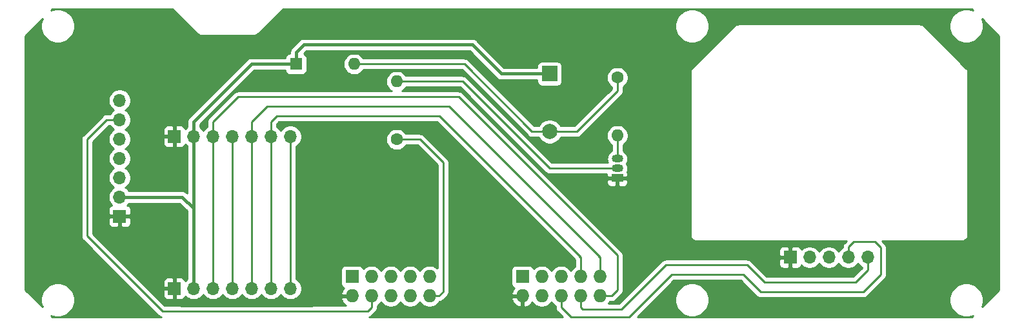
<source format=gbl>
G04 #@! TF.GenerationSoftware,KiCad,Pcbnew,5.1.5-52549c5~84~ubuntu18.04.1*
G04 #@! TF.CreationDate,2020-02-18T21:49:32-08:00*
G04 #@! TF.ProjectId,Marlin_UIBOX,4d61726c-696e-45f5-9549-424f582e6b69,rev?*
G04 #@! TF.SameCoordinates,Original*
G04 #@! TF.FileFunction,Copper,L2,Bot*
G04 #@! TF.FilePolarity,Positive*
%FSLAX46Y46*%
G04 Gerber Fmt 4.6, Leading zero omitted, Abs format (unit mm)*
G04 Created by KiCad (PCBNEW 5.1.5-52549c5~84~ubuntu18.04.1) date 2020-02-18 21:49:32*
%MOMM*%
%LPD*%
G04 APERTURE LIST*
%ADD10O,1.700000X1.700000*%
%ADD11R,1.700000X1.700000*%
%ADD12R,1.727200X1.727200*%
%ADD13O,1.727200X1.727200*%
%ADD14R,1.600000X1.600000*%
%ADD15O,1.600000X1.600000*%
%ADD16R,2.000000X2.000000*%
%ADD17C,2.000000*%
%ADD18O,1.500000X1.050000*%
%ADD19R,1.500000X1.050000*%
%ADD20C,1.600000*%
%ADD21C,0.250000*%
%ADD22C,0.400000*%
%ADD23C,0.254000*%
G04 APERTURE END LIST*
D10*
X125767000Y-112812000D03*
X123227000Y-112812000D03*
X120687000Y-112812000D03*
X118147000Y-112812000D03*
X115607000Y-112812000D03*
X113067000Y-112812000D03*
D11*
X110527000Y-112812000D03*
D12*
X133858000Y-111252000D03*
D13*
X133858000Y-113792000D03*
X136398000Y-111252000D03*
X136398000Y-113792000D03*
X138938000Y-111252000D03*
X138938000Y-113792000D03*
X141478000Y-111252000D03*
X141478000Y-113792000D03*
X144018000Y-111252000D03*
X144018000Y-113792000D03*
X166370000Y-113792000D03*
X166370000Y-111252000D03*
X163830000Y-113792000D03*
X163830000Y-111252000D03*
X161290000Y-113792000D03*
X161290000Y-111252000D03*
X158750000Y-113792000D03*
X158750000Y-111252000D03*
X156210000Y-113792000D03*
D12*
X156210000Y-111252000D03*
D11*
X110527000Y-92832000D03*
D10*
X113067000Y-92832000D03*
X115607000Y-92832000D03*
X118147000Y-92832000D03*
X120687000Y-92832000D03*
X123227000Y-92832000D03*
X125767000Y-92832000D03*
D14*
X126492000Y-83312000D03*
D15*
X134112000Y-83312000D03*
D11*
X103350000Y-103320000D03*
D10*
X103350000Y-100780000D03*
X103350000Y-98240000D03*
X103350000Y-95700000D03*
X103350000Y-93160000D03*
X103350000Y-90620000D03*
X103350000Y-88080000D03*
D11*
X191345000Y-108709000D03*
D10*
X193885000Y-108709000D03*
X196425000Y-108709000D03*
X198965000Y-108709000D03*
X201505000Y-108709000D03*
D16*
X159766000Y-84582000D03*
D17*
X159766000Y-92182000D03*
D18*
X168656000Y-97028000D03*
X168656000Y-95758000D03*
D19*
X168656000Y-98298000D03*
D15*
X139700000Y-85598000D03*
D20*
X139700000Y-93218000D03*
X168656000Y-85090000D03*
D15*
X168656000Y-92710000D03*
D21*
X134112000Y-83312000D02*
X148590000Y-83312000D01*
X148590000Y-83312000D02*
X157460000Y-92182000D01*
X157460000Y-92182000D02*
X161798000Y-92182000D01*
X161798000Y-92182000D02*
X162052000Y-92182000D01*
X163342000Y-92182000D02*
X161798000Y-92182000D01*
X168656000Y-85090000D02*
X168656000Y-86868000D01*
X168656000Y-86868000D02*
X163342000Y-92182000D01*
D22*
X113067000Y-90895000D02*
X113067000Y-92832000D01*
X126492000Y-83312000D02*
X120650000Y-83312000D01*
X120650000Y-83312000D02*
X113067000Y-90895000D01*
X103350000Y-100780000D02*
X107257000Y-100780000D01*
X103350000Y-100780000D02*
X111575000Y-100780000D01*
X113067000Y-102272000D02*
X111575000Y-100780000D01*
X113067000Y-102325000D02*
X113067000Y-102272000D01*
X113067000Y-102325000D02*
X113067000Y-112812000D01*
X113067000Y-92832000D02*
X113067000Y-102325000D01*
X126492000Y-81788000D02*
X126492000Y-83312000D01*
X127508000Y-80772000D02*
X126492000Y-81788000D01*
X149606000Y-80772000D02*
X127508000Y-80772000D01*
X159766000Y-84582000D02*
X153416000Y-84582000D01*
X153416000Y-84582000D02*
X149606000Y-80772000D01*
X103350000Y-103320000D02*
X103350000Y-108176000D01*
X103350000Y-108176000D02*
X105918000Y-110744000D01*
X107986000Y-112812000D02*
X105918000Y-110744000D01*
X110527000Y-112812000D02*
X107986000Y-112812000D01*
X110527000Y-114062000D02*
X110527000Y-112812000D01*
X111463500Y-114998500D02*
X110527000Y-114062000D01*
X128587500Y-114998500D02*
X111463500Y-114998500D01*
X129794000Y-113792000D02*
X128587500Y-114998500D01*
X133858000Y-113792000D02*
X129794000Y-113792000D01*
D21*
X101658000Y-90620000D02*
X103350000Y-90620000D01*
X136398000Y-115316000D02*
X135890000Y-115824000D01*
X99060000Y-105918000D02*
X99060000Y-93218000D01*
X135890000Y-115824000D02*
X108966000Y-115824000D01*
X99060000Y-93218000D02*
X101658000Y-90620000D01*
X136398000Y-113792000D02*
X136398000Y-115316000D01*
X108966000Y-115824000D02*
X99060000Y-105918000D01*
X142748000Y-93218000D02*
X139700000Y-93218000D01*
X145796000Y-96266000D02*
X142748000Y-93218000D01*
X145796000Y-113235314D02*
X145796000Y-96266000D01*
X145239314Y-113792000D02*
X145796000Y-113235314D01*
X144018000Y-113792000D02*
X145239314Y-113792000D01*
X115607000Y-90895000D02*
X115607000Y-92832000D01*
X167894000Y-113792000D02*
X168656000Y-113030000D01*
X168656000Y-113030000D02*
X168656000Y-108458000D01*
X166370000Y-113792000D02*
X167894000Y-113792000D01*
X168656000Y-108458000D02*
X147828000Y-87630000D01*
X118872000Y-87630000D02*
X115607000Y-90895000D01*
X147828000Y-87630000D02*
X118872000Y-87630000D01*
X115607000Y-92832000D02*
X115607000Y-112812000D01*
X120687000Y-90895000D02*
X120687000Y-92832000D01*
X122682000Y-88900000D02*
X120687000Y-90895000D01*
X146558000Y-88900000D02*
X122682000Y-88900000D01*
X165354000Y-107696000D02*
X146558000Y-88900000D01*
X166370000Y-108712000D02*
X165354000Y-107696000D01*
X166370000Y-111252000D02*
X166370000Y-108712000D01*
X166339000Y-108681000D02*
X165354000Y-107696000D01*
X120687000Y-94034081D02*
X120687000Y-112812000D01*
X120687000Y-92832000D02*
X120687000Y-94034081D01*
X201505000Y-110407000D02*
X201505000Y-108709000D01*
X199898000Y-112014000D02*
X201505000Y-110407000D01*
X163830000Y-115316000D02*
X164084000Y-115570000D01*
X187960000Y-112014000D02*
X199898000Y-112014000D01*
X185674000Y-109728000D02*
X187960000Y-112014000D01*
X163830000Y-113792000D02*
X163830000Y-115316000D01*
X175006000Y-109728000D02*
X185674000Y-109728000D01*
X164084000Y-115570000D02*
X169164000Y-115570000D01*
X169164000Y-115570000D02*
X175006000Y-109728000D01*
X123952000Y-90170000D02*
X145288000Y-90170000D01*
X123227000Y-92832000D02*
X123227000Y-90895000D01*
X123227000Y-90895000D02*
X123952000Y-90170000D01*
X163068000Y-107950000D02*
X145288000Y-90170000D01*
X163830000Y-108712000D02*
X163068000Y-107950000D01*
X163830000Y-111252000D02*
X163830000Y-108712000D01*
X163799000Y-108681000D02*
X163068000Y-107950000D01*
X123227000Y-112812000D02*
X123227000Y-92832000D01*
X198965000Y-107359000D02*
X198965000Y-108709000D01*
X199644000Y-106680000D02*
X198965000Y-107359000D01*
X203200000Y-107442000D02*
X202438000Y-106680000D01*
X203200000Y-110998000D02*
X203200000Y-107442000D01*
X187452000Y-113284000D02*
X200914000Y-113284000D01*
X202438000Y-106680000D02*
X199644000Y-106680000D01*
X170180000Y-116586000D02*
X175768000Y-110998000D01*
X175768000Y-110998000D02*
X185166000Y-110998000D01*
X200914000Y-113284000D02*
X203200000Y-110998000D01*
X185166000Y-110998000D02*
X187452000Y-113284000D01*
X163576000Y-116586000D02*
X164338000Y-116586000D01*
X164338000Y-116586000D02*
X170180000Y-116586000D01*
X162560000Y-116586000D02*
X164338000Y-116586000D01*
X161290000Y-113792000D02*
X161290000Y-115316000D01*
X161290000Y-115316000D02*
X162560000Y-116586000D01*
X118147000Y-95033000D02*
X118147000Y-92832000D01*
X118147000Y-94034081D02*
X118147000Y-112812000D01*
X118147000Y-92832000D02*
X118147000Y-94034081D01*
X125767000Y-92832000D02*
X125767000Y-112812000D01*
X168656000Y-95758000D02*
X168656000Y-92710000D01*
X148336000Y-85598000D02*
X139700000Y-85598000D01*
X168656000Y-97028000D02*
X159766000Y-97028000D01*
X159766000Y-97028000D02*
X148336000Y-85598000D01*
D23*
G36*
X113481746Y-79294193D02*
G01*
X113504762Y-79322238D01*
X113616680Y-79414087D01*
X113744367Y-79482337D01*
X113882915Y-79524365D01*
X113990895Y-79535000D01*
X113990904Y-79535000D01*
X114026999Y-79538555D01*
X114063094Y-79535000D01*
X120990895Y-79535000D01*
X121027000Y-79538556D01*
X121063105Y-79535000D01*
X121171085Y-79524365D01*
X121309633Y-79482337D01*
X121437320Y-79414087D01*
X121549238Y-79322238D01*
X121572259Y-79294187D01*
X122786574Y-78079872D01*
X176215000Y-78079872D01*
X176215000Y-78520128D01*
X176300890Y-78951925D01*
X176469369Y-79358669D01*
X176713962Y-79724729D01*
X177025271Y-80036038D01*
X177391331Y-80280631D01*
X177798075Y-80449110D01*
X178229872Y-80535000D01*
X178670128Y-80535000D01*
X179101925Y-80449110D01*
X179508669Y-80280631D01*
X179874729Y-80036038D01*
X180186038Y-79724729D01*
X180430631Y-79358669D01*
X180599110Y-78951925D01*
X180685000Y-78520128D01*
X180685000Y-78079872D01*
X180599110Y-77648075D01*
X180430631Y-77241331D01*
X180186038Y-76875271D01*
X179874729Y-76563962D01*
X179508669Y-76319369D01*
X179101925Y-76150890D01*
X178670128Y-76065000D01*
X178229872Y-76065000D01*
X177798075Y-76150890D01*
X177391331Y-76319369D01*
X177025271Y-76563962D01*
X176713962Y-76875271D01*
X176469369Y-77241331D01*
X176300890Y-77648075D01*
X176215000Y-78079872D01*
X122786574Y-78079872D01*
X124831447Y-76035000D01*
X215145554Y-76035000D01*
X215374241Y-76263687D01*
X215101925Y-76150890D01*
X214670128Y-76065000D01*
X214229872Y-76065000D01*
X213798075Y-76150890D01*
X213391331Y-76319369D01*
X213025271Y-76563962D01*
X212713962Y-76875271D01*
X212469369Y-77241331D01*
X212300890Y-77648075D01*
X212215000Y-78079872D01*
X212215000Y-78520128D01*
X212300890Y-78951925D01*
X212469369Y-79358669D01*
X212713962Y-79724729D01*
X213025271Y-80036038D01*
X213391331Y-80280631D01*
X213798075Y-80449110D01*
X214229872Y-80535000D01*
X214670128Y-80535000D01*
X215101925Y-80449110D01*
X215508669Y-80280631D01*
X215874729Y-80036038D01*
X216186038Y-79724729D01*
X216430631Y-79358669D01*
X216599110Y-78951925D01*
X216685000Y-78520128D01*
X216685000Y-78079872D01*
X216599110Y-77648075D01*
X216486313Y-77375760D01*
X218715000Y-79604447D01*
X218715001Y-112995552D01*
X216486313Y-115224240D01*
X216599110Y-114951925D01*
X216685000Y-114520128D01*
X216685000Y-114079872D01*
X216599110Y-113648075D01*
X216430631Y-113241331D01*
X216186038Y-112875271D01*
X215874729Y-112563962D01*
X215508669Y-112319369D01*
X215101925Y-112150890D01*
X214670128Y-112065000D01*
X214229872Y-112065000D01*
X213798075Y-112150890D01*
X213391331Y-112319369D01*
X213025271Y-112563962D01*
X212713962Y-112875271D01*
X212469369Y-113241331D01*
X212300890Y-113648075D01*
X212215000Y-114079872D01*
X212215000Y-114520128D01*
X212300890Y-114951925D01*
X212469369Y-115358669D01*
X212713962Y-115724729D01*
X213025271Y-116036038D01*
X213391331Y-116280631D01*
X213798075Y-116449110D01*
X214229872Y-116535000D01*
X214670128Y-116535000D01*
X215101925Y-116449110D01*
X215374241Y-116336313D01*
X215145554Y-116565000D01*
X171275801Y-116565000D01*
X173760930Y-114079872D01*
X176215000Y-114079872D01*
X176215000Y-114520128D01*
X176300890Y-114951925D01*
X176469369Y-115358669D01*
X176713962Y-115724729D01*
X177025271Y-116036038D01*
X177391331Y-116280631D01*
X177798075Y-116449110D01*
X178229872Y-116535000D01*
X178670128Y-116535000D01*
X179101925Y-116449110D01*
X179508669Y-116280631D01*
X179874729Y-116036038D01*
X180186038Y-115724729D01*
X180430631Y-115358669D01*
X180599110Y-114951925D01*
X180685000Y-114520128D01*
X180685000Y-114079872D01*
X180599110Y-113648075D01*
X180430631Y-113241331D01*
X180186038Y-112875271D01*
X179874729Y-112563962D01*
X179508669Y-112319369D01*
X179101925Y-112150890D01*
X178670128Y-112065000D01*
X178229872Y-112065000D01*
X177798075Y-112150890D01*
X177391331Y-112319369D01*
X177025271Y-112563962D01*
X176713962Y-112875271D01*
X176469369Y-113241331D01*
X176300890Y-113648075D01*
X176215000Y-114079872D01*
X173760930Y-114079872D01*
X176082803Y-111758000D01*
X184851199Y-111758000D01*
X186888201Y-113795003D01*
X186911999Y-113824001D01*
X187027724Y-113918974D01*
X187159753Y-113989546D01*
X187303014Y-114033003D01*
X187414667Y-114044000D01*
X187414676Y-114044000D01*
X187451999Y-114047676D01*
X187489322Y-114044000D01*
X200876678Y-114044000D01*
X200914000Y-114047676D01*
X200951322Y-114044000D01*
X200951333Y-114044000D01*
X201062986Y-114033003D01*
X201206247Y-113989546D01*
X201338276Y-113918974D01*
X201454001Y-113824001D01*
X201477804Y-113794997D01*
X203711004Y-111561798D01*
X203740001Y-111538001D01*
X203834974Y-111422276D01*
X203905546Y-111290247D01*
X203949003Y-111146986D01*
X203960000Y-111035333D01*
X203960000Y-111035324D01*
X203963676Y-110998001D01*
X203960000Y-110960678D01*
X203960000Y-107479325D01*
X203963676Y-107442000D01*
X203960000Y-107404675D01*
X203960000Y-107404667D01*
X203949003Y-107293014D01*
X203905546Y-107149753D01*
X203834974Y-107017724D01*
X203740001Y-106901999D01*
X203711002Y-106878201D01*
X203367802Y-106535000D01*
X213913895Y-106535000D01*
X213950000Y-106538556D01*
X213986105Y-106535000D01*
X214094085Y-106524365D01*
X214232633Y-106482337D01*
X214360320Y-106414087D01*
X214472238Y-106322238D01*
X214564087Y-106210320D01*
X214632337Y-106082633D01*
X214674365Y-105944085D01*
X214688556Y-105800000D01*
X214685000Y-105763895D01*
X214685000Y-84421880D01*
X214688555Y-84385785D01*
X214685000Y-84349690D01*
X214685000Y-84349681D01*
X214674365Y-84241701D01*
X214632337Y-84103153D01*
X214564087Y-83975466D01*
X214540704Y-83946974D01*
X214495253Y-83891592D01*
X214495250Y-83891589D01*
X214472237Y-83863548D01*
X214444198Y-83840537D01*
X208909473Y-78305813D01*
X208886452Y-78277762D01*
X208774534Y-78185913D01*
X208646847Y-78117663D01*
X208508299Y-78075635D01*
X208400319Y-78065000D01*
X208364214Y-78061444D01*
X208328109Y-78065000D01*
X184571892Y-78065000D01*
X184535787Y-78061444D01*
X184499682Y-78065000D01*
X184391702Y-78075635D01*
X184253154Y-78117663D01*
X184125467Y-78185913D01*
X184013549Y-78277762D01*
X183990534Y-78305806D01*
X178455808Y-83840532D01*
X178427762Y-83863549D01*
X178335913Y-83975467D01*
X178267663Y-84103154D01*
X178253137Y-84151040D01*
X178225635Y-84241701D01*
X178211444Y-84385786D01*
X178215000Y-84421891D01*
X178215001Y-105763885D01*
X178211444Y-105800000D01*
X178225635Y-105944085D01*
X178267663Y-106082633D01*
X178335913Y-106210320D01*
X178427762Y-106322238D01*
X178539680Y-106414087D01*
X178667367Y-106482337D01*
X178805915Y-106524365D01*
X178913895Y-106535000D01*
X178950000Y-106538556D01*
X178986105Y-106535000D01*
X198714199Y-106535000D01*
X198454002Y-106795197D01*
X198424999Y-106818999D01*
X198369871Y-106886174D01*
X198330026Y-106934724D01*
X198285661Y-107017724D01*
X198259454Y-107066754D01*
X198215997Y-107210015D01*
X198205000Y-107321668D01*
X198205000Y-107321678D01*
X198201324Y-107359000D01*
X198205000Y-107396323D01*
X198205000Y-107430821D01*
X198018368Y-107555525D01*
X197811525Y-107762368D01*
X197695000Y-107936760D01*
X197578475Y-107762368D01*
X197371632Y-107555525D01*
X197128411Y-107393010D01*
X196858158Y-107281068D01*
X196571260Y-107224000D01*
X196278740Y-107224000D01*
X195991842Y-107281068D01*
X195721589Y-107393010D01*
X195478368Y-107555525D01*
X195271525Y-107762368D01*
X195155000Y-107936760D01*
X195038475Y-107762368D01*
X194831632Y-107555525D01*
X194588411Y-107393010D01*
X194318158Y-107281068D01*
X194031260Y-107224000D01*
X193738740Y-107224000D01*
X193451842Y-107281068D01*
X193181589Y-107393010D01*
X192938368Y-107555525D01*
X192806513Y-107687380D01*
X192784502Y-107614820D01*
X192725537Y-107504506D01*
X192646185Y-107407815D01*
X192549494Y-107328463D01*
X192439180Y-107269498D01*
X192319482Y-107233188D01*
X192195000Y-107220928D01*
X191630750Y-107224000D01*
X191472000Y-107382750D01*
X191472000Y-108582000D01*
X191492000Y-108582000D01*
X191492000Y-108836000D01*
X191472000Y-108836000D01*
X191472000Y-110035250D01*
X191630750Y-110194000D01*
X192195000Y-110197072D01*
X192319482Y-110184812D01*
X192439180Y-110148502D01*
X192549494Y-110089537D01*
X192646185Y-110010185D01*
X192725537Y-109913494D01*
X192784502Y-109803180D01*
X192806513Y-109730620D01*
X192938368Y-109862475D01*
X193181589Y-110024990D01*
X193451842Y-110136932D01*
X193738740Y-110194000D01*
X194031260Y-110194000D01*
X194318158Y-110136932D01*
X194588411Y-110024990D01*
X194831632Y-109862475D01*
X195038475Y-109655632D01*
X195155000Y-109481240D01*
X195271525Y-109655632D01*
X195478368Y-109862475D01*
X195721589Y-110024990D01*
X195991842Y-110136932D01*
X196278740Y-110194000D01*
X196571260Y-110194000D01*
X196858158Y-110136932D01*
X197128411Y-110024990D01*
X197371632Y-109862475D01*
X197578475Y-109655632D01*
X197695000Y-109481240D01*
X197811525Y-109655632D01*
X198018368Y-109862475D01*
X198261589Y-110024990D01*
X198531842Y-110136932D01*
X198818740Y-110194000D01*
X199111260Y-110194000D01*
X199398158Y-110136932D01*
X199668411Y-110024990D01*
X199911632Y-109862475D01*
X200118475Y-109655632D01*
X200235000Y-109481240D01*
X200351525Y-109655632D01*
X200558368Y-109862475D01*
X200745000Y-109987179D01*
X200745000Y-110092198D01*
X199583199Y-111254000D01*
X188274802Y-111254000D01*
X186579802Y-109559000D01*
X189856928Y-109559000D01*
X189869188Y-109683482D01*
X189905498Y-109803180D01*
X189964463Y-109913494D01*
X190043815Y-110010185D01*
X190140506Y-110089537D01*
X190250820Y-110148502D01*
X190370518Y-110184812D01*
X190495000Y-110197072D01*
X191059250Y-110194000D01*
X191218000Y-110035250D01*
X191218000Y-108836000D01*
X190018750Y-108836000D01*
X189860000Y-108994750D01*
X189856928Y-109559000D01*
X186579802Y-109559000D01*
X186237804Y-109217003D01*
X186214001Y-109187999D01*
X186098276Y-109093026D01*
X185966247Y-109022454D01*
X185822986Y-108978997D01*
X185711333Y-108968000D01*
X185711322Y-108968000D01*
X185674000Y-108964324D01*
X185636678Y-108968000D01*
X175043325Y-108968000D01*
X175006000Y-108964324D01*
X174968675Y-108968000D01*
X174968667Y-108968000D01*
X174857014Y-108978997D01*
X174713753Y-109022454D01*
X174581724Y-109093026D01*
X174465999Y-109187999D01*
X174442201Y-109216997D01*
X168849199Y-114810000D01*
X167471341Y-114810000D01*
X167534039Y-114747302D01*
X167664535Y-114552000D01*
X167856678Y-114552000D01*
X167894000Y-114555676D01*
X167931322Y-114552000D01*
X167931333Y-114552000D01*
X168042986Y-114541003D01*
X168186247Y-114497546D01*
X168318276Y-114426974D01*
X168434001Y-114332001D01*
X168457803Y-114302998D01*
X169167004Y-113593798D01*
X169196001Y-113570001D01*
X169290974Y-113454276D01*
X169361546Y-113322247D01*
X169405003Y-113178986D01*
X169416000Y-113067333D01*
X169416000Y-113067325D01*
X169419676Y-113030000D01*
X169416000Y-112992675D01*
X169416000Y-108495322D01*
X169419676Y-108457999D01*
X169416000Y-108420676D01*
X169416000Y-108420667D01*
X169405003Y-108309014D01*
X169361546Y-108165753D01*
X169330677Y-108108002D01*
X169290974Y-108033723D01*
X169219799Y-107946997D01*
X169196001Y-107917999D01*
X169167003Y-107894201D01*
X169131802Y-107859000D01*
X189856928Y-107859000D01*
X189860000Y-108423250D01*
X190018750Y-108582000D01*
X191218000Y-108582000D01*
X191218000Y-107382750D01*
X191059250Y-107224000D01*
X190495000Y-107220928D01*
X190370518Y-107233188D01*
X190250820Y-107269498D01*
X190140506Y-107328463D01*
X190043815Y-107407815D01*
X189964463Y-107504506D01*
X189905498Y-107614820D01*
X189869188Y-107734518D01*
X189856928Y-107859000D01*
X169131802Y-107859000D01*
X160095802Y-98823000D01*
X167267928Y-98823000D01*
X167280188Y-98947482D01*
X167316498Y-99067180D01*
X167375463Y-99177494D01*
X167454815Y-99274185D01*
X167551506Y-99353537D01*
X167661820Y-99412502D01*
X167781518Y-99448812D01*
X167906000Y-99461072D01*
X168370250Y-99458000D01*
X168529000Y-99299250D01*
X168529000Y-98425000D01*
X168783000Y-98425000D01*
X168783000Y-99299250D01*
X168941750Y-99458000D01*
X169406000Y-99461072D01*
X169530482Y-99448812D01*
X169650180Y-99412502D01*
X169760494Y-99353537D01*
X169857185Y-99274185D01*
X169936537Y-99177494D01*
X169995502Y-99067180D01*
X170031812Y-98947482D01*
X170044072Y-98823000D01*
X170041000Y-98583750D01*
X169882250Y-98425000D01*
X168783000Y-98425000D01*
X168529000Y-98425000D01*
X167429750Y-98425000D01*
X167271000Y-98583750D01*
X167267928Y-98823000D01*
X160095802Y-98823000D01*
X148391804Y-87119003D01*
X148368001Y-87089999D01*
X148252276Y-86995026D01*
X148120247Y-86924454D01*
X147976986Y-86880997D01*
X147865333Y-86870000D01*
X147865322Y-86870000D01*
X147828000Y-86866324D01*
X147790678Y-86870000D01*
X140378954Y-86870000D01*
X140379727Y-86869680D01*
X140614759Y-86712637D01*
X140814637Y-86512759D01*
X140918043Y-86358000D01*
X148021199Y-86358000D01*
X159202201Y-97539003D01*
X159225999Y-97568001D01*
X159254997Y-97591799D01*
X159341723Y-97662974D01*
X159473753Y-97733546D01*
X159617014Y-97777003D01*
X159728667Y-97788000D01*
X159728677Y-97788000D01*
X159765999Y-97791676D01*
X159803322Y-97788000D01*
X167268121Y-97788000D01*
X167271000Y-98012250D01*
X167429750Y-98171000D01*
X168202891Y-98171000D01*
X168203600Y-98171215D01*
X168374021Y-98188000D01*
X168937979Y-98188000D01*
X169108400Y-98171215D01*
X169109109Y-98171000D01*
X169882250Y-98171000D01*
X170041000Y-98012250D01*
X170044072Y-97773000D01*
X170031812Y-97648518D01*
X169995502Y-97528820D01*
X169960907Y-97464098D01*
X170024215Y-97255400D01*
X170046612Y-97028000D01*
X170024215Y-96800600D01*
X169957885Y-96581940D01*
X169856895Y-96393000D01*
X169957885Y-96204060D01*
X170024215Y-95985400D01*
X170046612Y-95758000D01*
X170024215Y-95530600D01*
X169957885Y-95311940D01*
X169850171Y-95110421D01*
X169705212Y-94933788D01*
X169528579Y-94788829D01*
X169416000Y-94728654D01*
X169416000Y-93928043D01*
X169570759Y-93824637D01*
X169770637Y-93624759D01*
X169927680Y-93389727D01*
X170035853Y-93128574D01*
X170091000Y-92851335D01*
X170091000Y-92568665D01*
X170035853Y-92291426D01*
X169927680Y-92030273D01*
X169770637Y-91795241D01*
X169570759Y-91595363D01*
X169335727Y-91438320D01*
X169074574Y-91330147D01*
X168797335Y-91275000D01*
X168514665Y-91275000D01*
X168237426Y-91330147D01*
X167976273Y-91438320D01*
X167741241Y-91595363D01*
X167541363Y-91795241D01*
X167384320Y-92030273D01*
X167276147Y-92291426D01*
X167221000Y-92568665D01*
X167221000Y-92851335D01*
X167276147Y-93128574D01*
X167384320Y-93389727D01*
X167541363Y-93624759D01*
X167741241Y-93824637D01*
X167896001Y-93928044D01*
X167896000Y-94728654D01*
X167783421Y-94788829D01*
X167606788Y-94933788D01*
X167461829Y-95110421D01*
X167354115Y-95311940D01*
X167287785Y-95530600D01*
X167265388Y-95758000D01*
X167287785Y-95985400D01*
X167354115Y-96204060D01*
X167388292Y-96268000D01*
X160080802Y-96268000D01*
X148899804Y-85087003D01*
X148876001Y-85057999D01*
X148760276Y-84963026D01*
X148628247Y-84892454D01*
X148484986Y-84848997D01*
X148373333Y-84838000D01*
X148373322Y-84838000D01*
X148336000Y-84834324D01*
X148298678Y-84838000D01*
X140918043Y-84838000D01*
X140814637Y-84683241D01*
X140614759Y-84483363D01*
X140379727Y-84326320D01*
X140118574Y-84218147D01*
X139841335Y-84163000D01*
X139558665Y-84163000D01*
X139281426Y-84218147D01*
X139020273Y-84326320D01*
X138785241Y-84483363D01*
X138585363Y-84683241D01*
X138428320Y-84918273D01*
X138320147Y-85179426D01*
X138265000Y-85456665D01*
X138265000Y-85739335D01*
X138320147Y-86016574D01*
X138428320Y-86277727D01*
X138585363Y-86512759D01*
X138785241Y-86712637D01*
X139020273Y-86869680D01*
X139021046Y-86870000D01*
X118909322Y-86870000D01*
X118871999Y-86866324D01*
X118834676Y-86870000D01*
X118834667Y-86870000D01*
X118723014Y-86880997D01*
X118579753Y-86924454D01*
X118447724Y-86995026D01*
X118331999Y-87089999D01*
X118308201Y-87118997D01*
X115096003Y-90331196D01*
X115066999Y-90354999D01*
X115011871Y-90422174D01*
X114972026Y-90470724D01*
X114905986Y-90594276D01*
X114901454Y-90602754D01*
X114857997Y-90746015D01*
X114847000Y-90857668D01*
X114847000Y-90857678D01*
X114843324Y-90895000D01*
X114847000Y-90932323D01*
X114847000Y-91553821D01*
X114660368Y-91678525D01*
X114453525Y-91885368D01*
X114337000Y-92059760D01*
X114220475Y-91885368D01*
X114013632Y-91678525D01*
X113902000Y-91603935D01*
X113902000Y-91240867D01*
X120995868Y-84147000D01*
X125057375Y-84147000D01*
X125066188Y-84236482D01*
X125102498Y-84356180D01*
X125161463Y-84466494D01*
X125240815Y-84563185D01*
X125337506Y-84642537D01*
X125447820Y-84701502D01*
X125567518Y-84737812D01*
X125692000Y-84750072D01*
X127292000Y-84750072D01*
X127416482Y-84737812D01*
X127536180Y-84701502D01*
X127646494Y-84642537D01*
X127743185Y-84563185D01*
X127822537Y-84466494D01*
X127881502Y-84356180D01*
X127917812Y-84236482D01*
X127930072Y-84112000D01*
X127930072Y-83170665D01*
X132677000Y-83170665D01*
X132677000Y-83453335D01*
X132732147Y-83730574D01*
X132840320Y-83991727D01*
X132997363Y-84226759D01*
X133197241Y-84426637D01*
X133432273Y-84583680D01*
X133693426Y-84691853D01*
X133970665Y-84747000D01*
X134253335Y-84747000D01*
X134530574Y-84691853D01*
X134791727Y-84583680D01*
X135026759Y-84426637D01*
X135226637Y-84226759D01*
X135330043Y-84072000D01*
X148275199Y-84072000D01*
X156896201Y-92693003D01*
X156919999Y-92722001D01*
X157035724Y-92816974D01*
X157167753Y-92887546D01*
X157311014Y-92931003D01*
X157422667Y-92942000D01*
X157422676Y-92942000D01*
X157459999Y-92945676D01*
X157497322Y-92942000D01*
X158311091Y-92942000D01*
X158317082Y-92956463D01*
X158496013Y-93224252D01*
X158723748Y-93451987D01*
X158991537Y-93630918D01*
X159289088Y-93754168D01*
X159604967Y-93817000D01*
X159927033Y-93817000D01*
X160242912Y-93754168D01*
X160540463Y-93630918D01*
X160808252Y-93451987D01*
X161035987Y-93224252D01*
X161214918Y-92956463D01*
X161220909Y-92942000D01*
X163304678Y-92942000D01*
X163342000Y-92945676D01*
X163379322Y-92942000D01*
X163379333Y-92942000D01*
X163490986Y-92931003D01*
X163634247Y-92887546D01*
X163766276Y-92816974D01*
X163882001Y-92722001D01*
X163905804Y-92692997D01*
X169167003Y-87431799D01*
X169196001Y-87408001D01*
X169290974Y-87292276D01*
X169361546Y-87160247D01*
X169405003Y-87016986D01*
X169416000Y-86905333D01*
X169416000Y-86905323D01*
X169419676Y-86868000D01*
X169416000Y-86830677D01*
X169416000Y-86308043D01*
X169570759Y-86204637D01*
X169770637Y-86004759D01*
X169927680Y-85769727D01*
X170035853Y-85508574D01*
X170091000Y-85231335D01*
X170091000Y-84948665D01*
X170035853Y-84671426D01*
X169927680Y-84410273D01*
X169770637Y-84175241D01*
X169570759Y-83975363D01*
X169335727Y-83818320D01*
X169074574Y-83710147D01*
X168797335Y-83655000D01*
X168514665Y-83655000D01*
X168237426Y-83710147D01*
X167976273Y-83818320D01*
X167741241Y-83975363D01*
X167541363Y-84175241D01*
X167384320Y-84410273D01*
X167276147Y-84671426D01*
X167221000Y-84948665D01*
X167221000Y-85231335D01*
X167276147Y-85508574D01*
X167384320Y-85769727D01*
X167541363Y-86004759D01*
X167741241Y-86204637D01*
X167896001Y-86308044D01*
X167896001Y-86553197D01*
X163027199Y-91422000D01*
X161220909Y-91422000D01*
X161214918Y-91407537D01*
X161035987Y-91139748D01*
X160808252Y-90912013D01*
X160540463Y-90733082D01*
X160242912Y-90609832D01*
X159927033Y-90547000D01*
X159604967Y-90547000D01*
X159289088Y-90609832D01*
X158991537Y-90733082D01*
X158723748Y-90912013D01*
X158496013Y-91139748D01*
X158317082Y-91407537D01*
X158311091Y-91422000D01*
X157774802Y-91422000D01*
X149153804Y-82801003D01*
X149130001Y-82771999D01*
X149014276Y-82677026D01*
X148882247Y-82606454D01*
X148738986Y-82562997D01*
X148627333Y-82552000D01*
X148627322Y-82552000D01*
X148590000Y-82548324D01*
X148552678Y-82552000D01*
X135330043Y-82552000D01*
X135226637Y-82397241D01*
X135026759Y-82197363D01*
X134791727Y-82040320D01*
X134530574Y-81932147D01*
X134253335Y-81877000D01*
X133970665Y-81877000D01*
X133693426Y-81932147D01*
X133432273Y-82040320D01*
X133197241Y-82197363D01*
X132997363Y-82397241D01*
X132840320Y-82632273D01*
X132732147Y-82893426D01*
X132677000Y-83170665D01*
X127930072Y-83170665D01*
X127930072Y-82512000D01*
X127917812Y-82387518D01*
X127881502Y-82267820D01*
X127822537Y-82157506D01*
X127743185Y-82060815D01*
X127646494Y-81981463D01*
X127537607Y-81923261D01*
X127853868Y-81607000D01*
X149260133Y-81607000D01*
X152796563Y-85143432D01*
X152822709Y-85175291D01*
X152949854Y-85279636D01*
X153094913Y-85357172D01*
X153252311Y-85404918D01*
X153374981Y-85417000D01*
X153374982Y-85417000D01*
X153416000Y-85421040D01*
X153457018Y-85417000D01*
X158127928Y-85417000D01*
X158127928Y-85582000D01*
X158140188Y-85706482D01*
X158176498Y-85826180D01*
X158235463Y-85936494D01*
X158314815Y-86033185D01*
X158411506Y-86112537D01*
X158521820Y-86171502D01*
X158641518Y-86207812D01*
X158766000Y-86220072D01*
X160766000Y-86220072D01*
X160890482Y-86207812D01*
X161010180Y-86171502D01*
X161120494Y-86112537D01*
X161217185Y-86033185D01*
X161296537Y-85936494D01*
X161355502Y-85826180D01*
X161391812Y-85706482D01*
X161404072Y-85582000D01*
X161404072Y-83582000D01*
X161391812Y-83457518D01*
X161355502Y-83337820D01*
X161296537Y-83227506D01*
X161217185Y-83130815D01*
X161120494Y-83051463D01*
X161010180Y-82992498D01*
X160890482Y-82956188D01*
X160766000Y-82943928D01*
X158766000Y-82943928D01*
X158641518Y-82956188D01*
X158521820Y-82992498D01*
X158411506Y-83051463D01*
X158314815Y-83130815D01*
X158235463Y-83227506D01*
X158176498Y-83337820D01*
X158140188Y-83457518D01*
X158127928Y-83582000D01*
X158127928Y-83747000D01*
X153761869Y-83747000D01*
X150225446Y-80210579D01*
X150199291Y-80178709D01*
X150072146Y-80074364D01*
X149927087Y-79996828D01*
X149769689Y-79949082D01*
X149647019Y-79937000D01*
X149647018Y-79937000D01*
X149606000Y-79932960D01*
X149564982Y-79937000D01*
X127549018Y-79937000D01*
X127508000Y-79932960D01*
X127466981Y-79937000D01*
X127344311Y-79949082D01*
X127186913Y-79996828D01*
X127041854Y-80074364D01*
X126914709Y-80178709D01*
X126888558Y-80210574D01*
X125930579Y-81168554D01*
X125898709Y-81194709D01*
X125794365Y-81321854D01*
X125794364Y-81321855D01*
X125716828Y-81466914D01*
X125669082Y-81624312D01*
X125652960Y-81788000D01*
X125657000Y-81829019D01*
X125657000Y-81877375D01*
X125567518Y-81886188D01*
X125447820Y-81922498D01*
X125337506Y-81981463D01*
X125240815Y-82060815D01*
X125161463Y-82157506D01*
X125102498Y-82267820D01*
X125066188Y-82387518D01*
X125057375Y-82477000D01*
X120691007Y-82477000D01*
X120649999Y-82472961D01*
X120608991Y-82477000D01*
X120608981Y-82477000D01*
X120486311Y-82489082D01*
X120328913Y-82536828D01*
X120183854Y-82614364D01*
X120056709Y-82718709D01*
X120030559Y-82750573D01*
X112505579Y-90275554D01*
X112473709Y-90301709D01*
X112406177Y-90383998D01*
X112369364Y-90428855D01*
X112291828Y-90573914D01*
X112244082Y-90731312D01*
X112227960Y-90895000D01*
X112232000Y-90936019D01*
X112232000Y-91603935D01*
X112120368Y-91678525D01*
X111988513Y-91810380D01*
X111966502Y-91737820D01*
X111907537Y-91627506D01*
X111828185Y-91530815D01*
X111731494Y-91451463D01*
X111621180Y-91392498D01*
X111501482Y-91356188D01*
X111377000Y-91343928D01*
X110812750Y-91347000D01*
X110654000Y-91505750D01*
X110654000Y-92705000D01*
X110674000Y-92705000D01*
X110674000Y-92959000D01*
X110654000Y-92959000D01*
X110654000Y-94158250D01*
X110812750Y-94317000D01*
X111377000Y-94320072D01*
X111501482Y-94307812D01*
X111621180Y-94271502D01*
X111731494Y-94212537D01*
X111828185Y-94133185D01*
X111907537Y-94036494D01*
X111966502Y-93926180D01*
X111988513Y-93853620D01*
X112120368Y-93985475D01*
X112232000Y-94060065D01*
X112232001Y-100256134D01*
X112194446Y-100218578D01*
X112168291Y-100186709D01*
X112041146Y-100082364D01*
X111896087Y-100004828D01*
X111738689Y-99957082D01*
X111616019Y-99945000D01*
X111616018Y-99945000D01*
X111575000Y-99940960D01*
X111533982Y-99945000D01*
X104578065Y-99945000D01*
X104503475Y-99833368D01*
X104296632Y-99626525D01*
X104122240Y-99510000D01*
X104296632Y-99393475D01*
X104503475Y-99186632D01*
X104665990Y-98943411D01*
X104777932Y-98673158D01*
X104835000Y-98386260D01*
X104835000Y-98093740D01*
X104777932Y-97806842D01*
X104665990Y-97536589D01*
X104503475Y-97293368D01*
X104296632Y-97086525D01*
X104122240Y-96970000D01*
X104296632Y-96853475D01*
X104503475Y-96646632D01*
X104665990Y-96403411D01*
X104777932Y-96133158D01*
X104835000Y-95846260D01*
X104835000Y-95553740D01*
X104777932Y-95266842D01*
X104665990Y-94996589D01*
X104503475Y-94753368D01*
X104296632Y-94546525D01*
X104122240Y-94430000D01*
X104296632Y-94313475D01*
X104503475Y-94106632D01*
X104665990Y-93863411D01*
X104741132Y-93682000D01*
X109038928Y-93682000D01*
X109051188Y-93806482D01*
X109087498Y-93926180D01*
X109146463Y-94036494D01*
X109225815Y-94133185D01*
X109322506Y-94212537D01*
X109432820Y-94271502D01*
X109552518Y-94307812D01*
X109677000Y-94320072D01*
X110241250Y-94317000D01*
X110400000Y-94158250D01*
X110400000Y-92959000D01*
X109200750Y-92959000D01*
X109042000Y-93117750D01*
X109038928Y-93682000D01*
X104741132Y-93682000D01*
X104777932Y-93593158D01*
X104835000Y-93306260D01*
X104835000Y-93013740D01*
X104777932Y-92726842D01*
X104665990Y-92456589D01*
X104503475Y-92213368D01*
X104296632Y-92006525D01*
X104259928Y-91982000D01*
X109038928Y-91982000D01*
X109042000Y-92546250D01*
X109200750Y-92705000D01*
X110400000Y-92705000D01*
X110400000Y-91505750D01*
X110241250Y-91347000D01*
X109677000Y-91343928D01*
X109552518Y-91356188D01*
X109432820Y-91392498D01*
X109322506Y-91451463D01*
X109225815Y-91530815D01*
X109146463Y-91627506D01*
X109087498Y-91737820D01*
X109051188Y-91857518D01*
X109038928Y-91982000D01*
X104259928Y-91982000D01*
X104122240Y-91890000D01*
X104296632Y-91773475D01*
X104503475Y-91566632D01*
X104665990Y-91323411D01*
X104777932Y-91053158D01*
X104835000Y-90766260D01*
X104835000Y-90473740D01*
X104777932Y-90186842D01*
X104665990Y-89916589D01*
X104503475Y-89673368D01*
X104296632Y-89466525D01*
X104122240Y-89350000D01*
X104296632Y-89233475D01*
X104503475Y-89026632D01*
X104665990Y-88783411D01*
X104777932Y-88513158D01*
X104835000Y-88226260D01*
X104835000Y-87933740D01*
X104777932Y-87646842D01*
X104665990Y-87376589D01*
X104503475Y-87133368D01*
X104296632Y-86926525D01*
X104053411Y-86764010D01*
X103783158Y-86652068D01*
X103496260Y-86595000D01*
X103203740Y-86595000D01*
X102916842Y-86652068D01*
X102646589Y-86764010D01*
X102403368Y-86926525D01*
X102196525Y-87133368D01*
X102034010Y-87376589D01*
X101922068Y-87646842D01*
X101865000Y-87933740D01*
X101865000Y-88226260D01*
X101922068Y-88513158D01*
X102034010Y-88783411D01*
X102196525Y-89026632D01*
X102403368Y-89233475D01*
X102577760Y-89350000D01*
X102403368Y-89466525D01*
X102196525Y-89673368D01*
X102071822Y-89860000D01*
X101695323Y-89860000D01*
X101658000Y-89856324D01*
X101620677Y-89860000D01*
X101620667Y-89860000D01*
X101509014Y-89870997D01*
X101365753Y-89914454D01*
X101233724Y-89985026D01*
X101117999Y-90079999D01*
X101094201Y-90108997D01*
X98548998Y-92654201D01*
X98520000Y-92677999D01*
X98496202Y-92706997D01*
X98496201Y-92706998D01*
X98425026Y-92793724D01*
X98354454Y-92925754D01*
X98327765Y-93013740D01*
X98310998Y-93069014D01*
X98306198Y-93117750D01*
X98296324Y-93218000D01*
X98300001Y-93255332D01*
X98300000Y-105880678D01*
X98296324Y-105918000D01*
X98300000Y-105955322D01*
X98300000Y-105955332D01*
X98310997Y-106066985D01*
X98354454Y-106210246D01*
X98425026Y-106342276D01*
X98462348Y-106387753D01*
X98519999Y-106458001D01*
X98549003Y-106481804D01*
X108402201Y-116335003D01*
X108425999Y-116364001D01*
X108454997Y-116387799D01*
X108541724Y-116458974D01*
X108673753Y-116529546D01*
X108790631Y-116565000D01*
X94554447Y-116565000D01*
X94325760Y-116336314D01*
X94598075Y-116449110D01*
X95029872Y-116535000D01*
X95470128Y-116535000D01*
X95901925Y-116449110D01*
X96308669Y-116280631D01*
X96674729Y-116036038D01*
X96986038Y-115724729D01*
X97230631Y-115358669D01*
X97399110Y-114951925D01*
X97485000Y-114520128D01*
X97485000Y-114079872D01*
X97399110Y-113648075D01*
X97230631Y-113241331D01*
X96986038Y-112875271D01*
X96674729Y-112563962D01*
X96308669Y-112319369D01*
X95901925Y-112150890D01*
X95470128Y-112065000D01*
X95029872Y-112065000D01*
X94598075Y-112150890D01*
X94191331Y-112319369D01*
X93825271Y-112563962D01*
X93513962Y-112875271D01*
X93269369Y-113241331D01*
X93100890Y-113648075D01*
X93015000Y-114079872D01*
X93015000Y-114520128D01*
X93100890Y-114951925D01*
X93213687Y-115224240D01*
X90985000Y-112995554D01*
X90985000Y-79604446D01*
X93213687Y-77375760D01*
X93100890Y-77648075D01*
X93015000Y-78079872D01*
X93015000Y-78520128D01*
X93100890Y-78951925D01*
X93269369Y-79358669D01*
X93513962Y-79724729D01*
X93825271Y-80036038D01*
X94191331Y-80280631D01*
X94598075Y-80449110D01*
X95029872Y-80535000D01*
X95470128Y-80535000D01*
X95901925Y-80449110D01*
X96308669Y-80280631D01*
X96674729Y-80036038D01*
X96986038Y-79724729D01*
X97230631Y-79358669D01*
X97399110Y-78951925D01*
X97485000Y-78520128D01*
X97485000Y-78079872D01*
X97399110Y-77648075D01*
X97230631Y-77241331D01*
X96986038Y-76875271D01*
X96674729Y-76563962D01*
X96308669Y-76319369D01*
X95901925Y-76150890D01*
X95470128Y-76065000D01*
X95029872Y-76065000D01*
X94598075Y-76150890D01*
X94325760Y-76263686D01*
X94554447Y-76035000D01*
X110222554Y-76035000D01*
X113481746Y-79294193D01*
G37*
X113481746Y-79294193D02*
X113504762Y-79322238D01*
X113616680Y-79414087D01*
X113744367Y-79482337D01*
X113882915Y-79524365D01*
X113990895Y-79535000D01*
X113990904Y-79535000D01*
X114026999Y-79538555D01*
X114063094Y-79535000D01*
X120990895Y-79535000D01*
X121027000Y-79538556D01*
X121063105Y-79535000D01*
X121171085Y-79524365D01*
X121309633Y-79482337D01*
X121437320Y-79414087D01*
X121549238Y-79322238D01*
X121572259Y-79294187D01*
X122786574Y-78079872D01*
X176215000Y-78079872D01*
X176215000Y-78520128D01*
X176300890Y-78951925D01*
X176469369Y-79358669D01*
X176713962Y-79724729D01*
X177025271Y-80036038D01*
X177391331Y-80280631D01*
X177798075Y-80449110D01*
X178229872Y-80535000D01*
X178670128Y-80535000D01*
X179101925Y-80449110D01*
X179508669Y-80280631D01*
X179874729Y-80036038D01*
X180186038Y-79724729D01*
X180430631Y-79358669D01*
X180599110Y-78951925D01*
X180685000Y-78520128D01*
X180685000Y-78079872D01*
X180599110Y-77648075D01*
X180430631Y-77241331D01*
X180186038Y-76875271D01*
X179874729Y-76563962D01*
X179508669Y-76319369D01*
X179101925Y-76150890D01*
X178670128Y-76065000D01*
X178229872Y-76065000D01*
X177798075Y-76150890D01*
X177391331Y-76319369D01*
X177025271Y-76563962D01*
X176713962Y-76875271D01*
X176469369Y-77241331D01*
X176300890Y-77648075D01*
X176215000Y-78079872D01*
X122786574Y-78079872D01*
X124831447Y-76035000D01*
X215145554Y-76035000D01*
X215374241Y-76263687D01*
X215101925Y-76150890D01*
X214670128Y-76065000D01*
X214229872Y-76065000D01*
X213798075Y-76150890D01*
X213391331Y-76319369D01*
X213025271Y-76563962D01*
X212713962Y-76875271D01*
X212469369Y-77241331D01*
X212300890Y-77648075D01*
X212215000Y-78079872D01*
X212215000Y-78520128D01*
X212300890Y-78951925D01*
X212469369Y-79358669D01*
X212713962Y-79724729D01*
X213025271Y-80036038D01*
X213391331Y-80280631D01*
X213798075Y-80449110D01*
X214229872Y-80535000D01*
X214670128Y-80535000D01*
X215101925Y-80449110D01*
X215508669Y-80280631D01*
X215874729Y-80036038D01*
X216186038Y-79724729D01*
X216430631Y-79358669D01*
X216599110Y-78951925D01*
X216685000Y-78520128D01*
X216685000Y-78079872D01*
X216599110Y-77648075D01*
X216486313Y-77375760D01*
X218715000Y-79604447D01*
X218715001Y-112995552D01*
X216486313Y-115224240D01*
X216599110Y-114951925D01*
X216685000Y-114520128D01*
X216685000Y-114079872D01*
X216599110Y-113648075D01*
X216430631Y-113241331D01*
X216186038Y-112875271D01*
X215874729Y-112563962D01*
X215508669Y-112319369D01*
X215101925Y-112150890D01*
X214670128Y-112065000D01*
X214229872Y-112065000D01*
X213798075Y-112150890D01*
X213391331Y-112319369D01*
X213025271Y-112563962D01*
X212713962Y-112875271D01*
X212469369Y-113241331D01*
X212300890Y-113648075D01*
X212215000Y-114079872D01*
X212215000Y-114520128D01*
X212300890Y-114951925D01*
X212469369Y-115358669D01*
X212713962Y-115724729D01*
X213025271Y-116036038D01*
X213391331Y-116280631D01*
X213798075Y-116449110D01*
X214229872Y-116535000D01*
X214670128Y-116535000D01*
X215101925Y-116449110D01*
X215374241Y-116336313D01*
X215145554Y-116565000D01*
X171275801Y-116565000D01*
X173760930Y-114079872D01*
X176215000Y-114079872D01*
X176215000Y-114520128D01*
X176300890Y-114951925D01*
X176469369Y-115358669D01*
X176713962Y-115724729D01*
X177025271Y-116036038D01*
X177391331Y-116280631D01*
X177798075Y-116449110D01*
X178229872Y-116535000D01*
X178670128Y-116535000D01*
X179101925Y-116449110D01*
X179508669Y-116280631D01*
X179874729Y-116036038D01*
X180186038Y-115724729D01*
X180430631Y-115358669D01*
X180599110Y-114951925D01*
X180685000Y-114520128D01*
X180685000Y-114079872D01*
X180599110Y-113648075D01*
X180430631Y-113241331D01*
X180186038Y-112875271D01*
X179874729Y-112563962D01*
X179508669Y-112319369D01*
X179101925Y-112150890D01*
X178670128Y-112065000D01*
X178229872Y-112065000D01*
X177798075Y-112150890D01*
X177391331Y-112319369D01*
X177025271Y-112563962D01*
X176713962Y-112875271D01*
X176469369Y-113241331D01*
X176300890Y-113648075D01*
X176215000Y-114079872D01*
X173760930Y-114079872D01*
X176082803Y-111758000D01*
X184851199Y-111758000D01*
X186888201Y-113795003D01*
X186911999Y-113824001D01*
X187027724Y-113918974D01*
X187159753Y-113989546D01*
X187303014Y-114033003D01*
X187414667Y-114044000D01*
X187414676Y-114044000D01*
X187451999Y-114047676D01*
X187489322Y-114044000D01*
X200876678Y-114044000D01*
X200914000Y-114047676D01*
X200951322Y-114044000D01*
X200951333Y-114044000D01*
X201062986Y-114033003D01*
X201206247Y-113989546D01*
X201338276Y-113918974D01*
X201454001Y-113824001D01*
X201477804Y-113794997D01*
X203711004Y-111561798D01*
X203740001Y-111538001D01*
X203834974Y-111422276D01*
X203905546Y-111290247D01*
X203949003Y-111146986D01*
X203960000Y-111035333D01*
X203960000Y-111035324D01*
X203963676Y-110998001D01*
X203960000Y-110960678D01*
X203960000Y-107479325D01*
X203963676Y-107442000D01*
X203960000Y-107404675D01*
X203960000Y-107404667D01*
X203949003Y-107293014D01*
X203905546Y-107149753D01*
X203834974Y-107017724D01*
X203740001Y-106901999D01*
X203711002Y-106878201D01*
X203367802Y-106535000D01*
X213913895Y-106535000D01*
X213950000Y-106538556D01*
X213986105Y-106535000D01*
X214094085Y-106524365D01*
X214232633Y-106482337D01*
X214360320Y-106414087D01*
X214472238Y-106322238D01*
X214564087Y-106210320D01*
X214632337Y-106082633D01*
X214674365Y-105944085D01*
X214688556Y-105800000D01*
X214685000Y-105763895D01*
X214685000Y-84421880D01*
X214688555Y-84385785D01*
X214685000Y-84349690D01*
X214685000Y-84349681D01*
X214674365Y-84241701D01*
X214632337Y-84103153D01*
X214564087Y-83975466D01*
X214540704Y-83946974D01*
X214495253Y-83891592D01*
X214495250Y-83891589D01*
X214472237Y-83863548D01*
X214444198Y-83840537D01*
X208909473Y-78305813D01*
X208886452Y-78277762D01*
X208774534Y-78185913D01*
X208646847Y-78117663D01*
X208508299Y-78075635D01*
X208400319Y-78065000D01*
X208364214Y-78061444D01*
X208328109Y-78065000D01*
X184571892Y-78065000D01*
X184535787Y-78061444D01*
X184499682Y-78065000D01*
X184391702Y-78075635D01*
X184253154Y-78117663D01*
X184125467Y-78185913D01*
X184013549Y-78277762D01*
X183990534Y-78305806D01*
X178455808Y-83840532D01*
X178427762Y-83863549D01*
X178335913Y-83975467D01*
X178267663Y-84103154D01*
X178253137Y-84151040D01*
X178225635Y-84241701D01*
X178211444Y-84385786D01*
X178215000Y-84421891D01*
X178215001Y-105763885D01*
X178211444Y-105800000D01*
X178225635Y-105944085D01*
X178267663Y-106082633D01*
X178335913Y-106210320D01*
X178427762Y-106322238D01*
X178539680Y-106414087D01*
X178667367Y-106482337D01*
X178805915Y-106524365D01*
X178913895Y-106535000D01*
X178950000Y-106538556D01*
X178986105Y-106535000D01*
X198714199Y-106535000D01*
X198454002Y-106795197D01*
X198424999Y-106818999D01*
X198369871Y-106886174D01*
X198330026Y-106934724D01*
X198285661Y-107017724D01*
X198259454Y-107066754D01*
X198215997Y-107210015D01*
X198205000Y-107321668D01*
X198205000Y-107321678D01*
X198201324Y-107359000D01*
X198205000Y-107396323D01*
X198205000Y-107430821D01*
X198018368Y-107555525D01*
X197811525Y-107762368D01*
X197695000Y-107936760D01*
X197578475Y-107762368D01*
X197371632Y-107555525D01*
X197128411Y-107393010D01*
X196858158Y-107281068D01*
X196571260Y-107224000D01*
X196278740Y-107224000D01*
X195991842Y-107281068D01*
X195721589Y-107393010D01*
X195478368Y-107555525D01*
X195271525Y-107762368D01*
X195155000Y-107936760D01*
X195038475Y-107762368D01*
X194831632Y-107555525D01*
X194588411Y-107393010D01*
X194318158Y-107281068D01*
X194031260Y-107224000D01*
X193738740Y-107224000D01*
X193451842Y-107281068D01*
X193181589Y-107393010D01*
X192938368Y-107555525D01*
X192806513Y-107687380D01*
X192784502Y-107614820D01*
X192725537Y-107504506D01*
X192646185Y-107407815D01*
X192549494Y-107328463D01*
X192439180Y-107269498D01*
X192319482Y-107233188D01*
X192195000Y-107220928D01*
X191630750Y-107224000D01*
X191472000Y-107382750D01*
X191472000Y-108582000D01*
X191492000Y-108582000D01*
X191492000Y-108836000D01*
X191472000Y-108836000D01*
X191472000Y-110035250D01*
X191630750Y-110194000D01*
X192195000Y-110197072D01*
X192319482Y-110184812D01*
X192439180Y-110148502D01*
X192549494Y-110089537D01*
X192646185Y-110010185D01*
X192725537Y-109913494D01*
X192784502Y-109803180D01*
X192806513Y-109730620D01*
X192938368Y-109862475D01*
X193181589Y-110024990D01*
X193451842Y-110136932D01*
X193738740Y-110194000D01*
X194031260Y-110194000D01*
X194318158Y-110136932D01*
X194588411Y-110024990D01*
X194831632Y-109862475D01*
X195038475Y-109655632D01*
X195155000Y-109481240D01*
X195271525Y-109655632D01*
X195478368Y-109862475D01*
X195721589Y-110024990D01*
X195991842Y-110136932D01*
X196278740Y-110194000D01*
X196571260Y-110194000D01*
X196858158Y-110136932D01*
X197128411Y-110024990D01*
X197371632Y-109862475D01*
X197578475Y-109655632D01*
X197695000Y-109481240D01*
X197811525Y-109655632D01*
X198018368Y-109862475D01*
X198261589Y-110024990D01*
X198531842Y-110136932D01*
X198818740Y-110194000D01*
X199111260Y-110194000D01*
X199398158Y-110136932D01*
X199668411Y-110024990D01*
X199911632Y-109862475D01*
X200118475Y-109655632D01*
X200235000Y-109481240D01*
X200351525Y-109655632D01*
X200558368Y-109862475D01*
X200745000Y-109987179D01*
X200745000Y-110092198D01*
X199583199Y-111254000D01*
X188274802Y-111254000D01*
X186579802Y-109559000D01*
X189856928Y-109559000D01*
X189869188Y-109683482D01*
X189905498Y-109803180D01*
X189964463Y-109913494D01*
X190043815Y-110010185D01*
X190140506Y-110089537D01*
X190250820Y-110148502D01*
X190370518Y-110184812D01*
X190495000Y-110197072D01*
X191059250Y-110194000D01*
X191218000Y-110035250D01*
X191218000Y-108836000D01*
X190018750Y-108836000D01*
X189860000Y-108994750D01*
X189856928Y-109559000D01*
X186579802Y-109559000D01*
X186237804Y-109217003D01*
X186214001Y-109187999D01*
X186098276Y-109093026D01*
X185966247Y-109022454D01*
X185822986Y-108978997D01*
X185711333Y-108968000D01*
X185711322Y-108968000D01*
X185674000Y-108964324D01*
X185636678Y-108968000D01*
X175043325Y-108968000D01*
X175006000Y-108964324D01*
X174968675Y-108968000D01*
X174968667Y-108968000D01*
X174857014Y-108978997D01*
X174713753Y-109022454D01*
X174581724Y-109093026D01*
X174465999Y-109187999D01*
X174442201Y-109216997D01*
X168849199Y-114810000D01*
X167471341Y-114810000D01*
X167534039Y-114747302D01*
X167664535Y-114552000D01*
X167856678Y-114552000D01*
X167894000Y-114555676D01*
X167931322Y-114552000D01*
X167931333Y-114552000D01*
X168042986Y-114541003D01*
X168186247Y-114497546D01*
X168318276Y-114426974D01*
X168434001Y-114332001D01*
X168457803Y-114302998D01*
X169167004Y-113593798D01*
X169196001Y-113570001D01*
X169290974Y-113454276D01*
X169361546Y-113322247D01*
X169405003Y-113178986D01*
X169416000Y-113067333D01*
X169416000Y-113067325D01*
X169419676Y-113030000D01*
X169416000Y-112992675D01*
X169416000Y-108495322D01*
X169419676Y-108457999D01*
X169416000Y-108420676D01*
X169416000Y-108420667D01*
X169405003Y-108309014D01*
X169361546Y-108165753D01*
X169330677Y-108108002D01*
X169290974Y-108033723D01*
X169219799Y-107946997D01*
X169196001Y-107917999D01*
X169167003Y-107894201D01*
X169131802Y-107859000D01*
X189856928Y-107859000D01*
X189860000Y-108423250D01*
X190018750Y-108582000D01*
X191218000Y-108582000D01*
X191218000Y-107382750D01*
X191059250Y-107224000D01*
X190495000Y-107220928D01*
X190370518Y-107233188D01*
X190250820Y-107269498D01*
X190140506Y-107328463D01*
X190043815Y-107407815D01*
X189964463Y-107504506D01*
X189905498Y-107614820D01*
X189869188Y-107734518D01*
X189856928Y-107859000D01*
X169131802Y-107859000D01*
X160095802Y-98823000D01*
X167267928Y-98823000D01*
X167280188Y-98947482D01*
X167316498Y-99067180D01*
X167375463Y-99177494D01*
X167454815Y-99274185D01*
X167551506Y-99353537D01*
X167661820Y-99412502D01*
X167781518Y-99448812D01*
X167906000Y-99461072D01*
X168370250Y-99458000D01*
X168529000Y-99299250D01*
X168529000Y-98425000D01*
X168783000Y-98425000D01*
X168783000Y-99299250D01*
X168941750Y-99458000D01*
X169406000Y-99461072D01*
X169530482Y-99448812D01*
X169650180Y-99412502D01*
X169760494Y-99353537D01*
X169857185Y-99274185D01*
X169936537Y-99177494D01*
X169995502Y-99067180D01*
X170031812Y-98947482D01*
X170044072Y-98823000D01*
X170041000Y-98583750D01*
X169882250Y-98425000D01*
X168783000Y-98425000D01*
X168529000Y-98425000D01*
X167429750Y-98425000D01*
X167271000Y-98583750D01*
X167267928Y-98823000D01*
X160095802Y-98823000D01*
X148391804Y-87119003D01*
X148368001Y-87089999D01*
X148252276Y-86995026D01*
X148120247Y-86924454D01*
X147976986Y-86880997D01*
X147865333Y-86870000D01*
X147865322Y-86870000D01*
X147828000Y-86866324D01*
X147790678Y-86870000D01*
X140378954Y-86870000D01*
X140379727Y-86869680D01*
X140614759Y-86712637D01*
X140814637Y-86512759D01*
X140918043Y-86358000D01*
X148021199Y-86358000D01*
X159202201Y-97539003D01*
X159225999Y-97568001D01*
X159254997Y-97591799D01*
X159341723Y-97662974D01*
X159473753Y-97733546D01*
X159617014Y-97777003D01*
X159728667Y-97788000D01*
X159728677Y-97788000D01*
X159765999Y-97791676D01*
X159803322Y-97788000D01*
X167268121Y-97788000D01*
X167271000Y-98012250D01*
X167429750Y-98171000D01*
X168202891Y-98171000D01*
X168203600Y-98171215D01*
X168374021Y-98188000D01*
X168937979Y-98188000D01*
X169108400Y-98171215D01*
X169109109Y-98171000D01*
X169882250Y-98171000D01*
X170041000Y-98012250D01*
X170044072Y-97773000D01*
X170031812Y-97648518D01*
X169995502Y-97528820D01*
X169960907Y-97464098D01*
X170024215Y-97255400D01*
X170046612Y-97028000D01*
X170024215Y-96800600D01*
X169957885Y-96581940D01*
X169856895Y-96393000D01*
X169957885Y-96204060D01*
X170024215Y-95985400D01*
X170046612Y-95758000D01*
X170024215Y-95530600D01*
X169957885Y-95311940D01*
X169850171Y-95110421D01*
X169705212Y-94933788D01*
X169528579Y-94788829D01*
X169416000Y-94728654D01*
X169416000Y-93928043D01*
X169570759Y-93824637D01*
X169770637Y-93624759D01*
X169927680Y-93389727D01*
X170035853Y-93128574D01*
X170091000Y-92851335D01*
X170091000Y-92568665D01*
X170035853Y-92291426D01*
X169927680Y-92030273D01*
X169770637Y-91795241D01*
X169570759Y-91595363D01*
X169335727Y-91438320D01*
X169074574Y-91330147D01*
X168797335Y-91275000D01*
X168514665Y-91275000D01*
X168237426Y-91330147D01*
X167976273Y-91438320D01*
X167741241Y-91595363D01*
X167541363Y-91795241D01*
X167384320Y-92030273D01*
X167276147Y-92291426D01*
X167221000Y-92568665D01*
X167221000Y-92851335D01*
X167276147Y-93128574D01*
X167384320Y-93389727D01*
X167541363Y-93624759D01*
X167741241Y-93824637D01*
X167896001Y-93928044D01*
X167896000Y-94728654D01*
X167783421Y-94788829D01*
X167606788Y-94933788D01*
X167461829Y-95110421D01*
X167354115Y-95311940D01*
X167287785Y-95530600D01*
X167265388Y-95758000D01*
X167287785Y-95985400D01*
X167354115Y-96204060D01*
X167388292Y-96268000D01*
X160080802Y-96268000D01*
X148899804Y-85087003D01*
X148876001Y-85057999D01*
X148760276Y-84963026D01*
X148628247Y-84892454D01*
X148484986Y-84848997D01*
X148373333Y-84838000D01*
X148373322Y-84838000D01*
X148336000Y-84834324D01*
X148298678Y-84838000D01*
X140918043Y-84838000D01*
X140814637Y-84683241D01*
X140614759Y-84483363D01*
X140379727Y-84326320D01*
X140118574Y-84218147D01*
X139841335Y-84163000D01*
X139558665Y-84163000D01*
X139281426Y-84218147D01*
X139020273Y-84326320D01*
X138785241Y-84483363D01*
X138585363Y-84683241D01*
X138428320Y-84918273D01*
X138320147Y-85179426D01*
X138265000Y-85456665D01*
X138265000Y-85739335D01*
X138320147Y-86016574D01*
X138428320Y-86277727D01*
X138585363Y-86512759D01*
X138785241Y-86712637D01*
X139020273Y-86869680D01*
X139021046Y-86870000D01*
X118909322Y-86870000D01*
X118871999Y-86866324D01*
X118834676Y-86870000D01*
X118834667Y-86870000D01*
X118723014Y-86880997D01*
X118579753Y-86924454D01*
X118447724Y-86995026D01*
X118331999Y-87089999D01*
X118308201Y-87118997D01*
X115096003Y-90331196D01*
X115066999Y-90354999D01*
X115011871Y-90422174D01*
X114972026Y-90470724D01*
X114905986Y-90594276D01*
X114901454Y-90602754D01*
X114857997Y-90746015D01*
X114847000Y-90857668D01*
X114847000Y-90857678D01*
X114843324Y-90895000D01*
X114847000Y-90932323D01*
X114847000Y-91553821D01*
X114660368Y-91678525D01*
X114453525Y-91885368D01*
X114337000Y-92059760D01*
X114220475Y-91885368D01*
X114013632Y-91678525D01*
X113902000Y-91603935D01*
X113902000Y-91240867D01*
X120995868Y-84147000D01*
X125057375Y-84147000D01*
X125066188Y-84236482D01*
X125102498Y-84356180D01*
X125161463Y-84466494D01*
X125240815Y-84563185D01*
X125337506Y-84642537D01*
X125447820Y-84701502D01*
X125567518Y-84737812D01*
X125692000Y-84750072D01*
X127292000Y-84750072D01*
X127416482Y-84737812D01*
X127536180Y-84701502D01*
X127646494Y-84642537D01*
X127743185Y-84563185D01*
X127822537Y-84466494D01*
X127881502Y-84356180D01*
X127917812Y-84236482D01*
X127930072Y-84112000D01*
X127930072Y-83170665D01*
X132677000Y-83170665D01*
X132677000Y-83453335D01*
X132732147Y-83730574D01*
X132840320Y-83991727D01*
X132997363Y-84226759D01*
X133197241Y-84426637D01*
X133432273Y-84583680D01*
X133693426Y-84691853D01*
X133970665Y-84747000D01*
X134253335Y-84747000D01*
X134530574Y-84691853D01*
X134791727Y-84583680D01*
X135026759Y-84426637D01*
X135226637Y-84226759D01*
X135330043Y-84072000D01*
X148275199Y-84072000D01*
X156896201Y-92693003D01*
X156919999Y-92722001D01*
X157035724Y-92816974D01*
X157167753Y-92887546D01*
X157311014Y-92931003D01*
X157422667Y-92942000D01*
X157422676Y-92942000D01*
X157459999Y-92945676D01*
X157497322Y-92942000D01*
X158311091Y-92942000D01*
X158317082Y-92956463D01*
X158496013Y-93224252D01*
X158723748Y-93451987D01*
X158991537Y-93630918D01*
X159289088Y-93754168D01*
X159604967Y-93817000D01*
X159927033Y-93817000D01*
X160242912Y-93754168D01*
X160540463Y-93630918D01*
X160808252Y-93451987D01*
X161035987Y-93224252D01*
X161214918Y-92956463D01*
X161220909Y-92942000D01*
X163304678Y-92942000D01*
X163342000Y-92945676D01*
X163379322Y-92942000D01*
X163379333Y-92942000D01*
X163490986Y-92931003D01*
X163634247Y-92887546D01*
X163766276Y-92816974D01*
X163882001Y-92722001D01*
X163905804Y-92692997D01*
X169167003Y-87431799D01*
X169196001Y-87408001D01*
X169290974Y-87292276D01*
X169361546Y-87160247D01*
X169405003Y-87016986D01*
X169416000Y-86905333D01*
X169416000Y-86905323D01*
X169419676Y-86868000D01*
X169416000Y-86830677D01*
X169416000Y-86308043D01*
X169570759Y-86204637D01*
X169770637Y-86004759D01*
X169927680Y-85769727D01*
X170035853Y-85508574D01*
X170091000Y-85231335D01*
X170091000Y-84948665D01*
X170035853Y-84671426D01*
X169927680Y-84410273D01*
X169770637Y-84175241D01*
X169570759Y-83975363D01*
X169335727Y-83818320D01*
X169074574Y-83710147D01*
X168797335Y-83655000D01*
X168514665Y-83655000D01*
X168237426Y-83710147D01*
X167976273Y-83818320D01*
X167741241Y-83975363D01*
X167541363Y-84175241D01*
X167384320Y-84410273D01*
X167276147Y-84671426D01*
X167221000Y-84948665D01*
X167221000Y-85231335D01*
X167276147Y-85508574D01*
X167384320Y-85769727D01*
X167541363Y-86004759D01*
X167741241Y-86204637D01*
X167896001Y-86308044D01*
X167896001Y-86553197D01*
X163027199Y-91422000D01*
X161220909Y-91422000D01*
X161214918Y-91407537D01*
X161035987Y-91139748D01*
X160808252Y-90912013D01*
X160540463Y-90733082D01*
X160242912Y-90609832D01*
X159927033Y-90547000D01*
X159604967Y-90547000D01*
X159289088Y-90609832D01*
X158991537Y-90733082D01*
X158723748Y-90912013D01*
X158496013Y-91139748D01*
X158317082Y-91407537D01*
X158311091Y-91422000D01*
X157774802Y-91422000D01*
X149153804Y-82801003D01*
X149130001Y-82771999D01*
X149014276Y-82677026D01*
X148882247Y-82606454D01*
X148738986Y-82562997D01*
X148627333Y-82552000D01*
X148627322Y-82552000D01*
X148590000Y-82548324D01*
X148552678Y-82552000D01*
X135330043Y-82552000D01*
X135226637Y-82397241D01*
X135026759Y-82197363D01*
X134791727Y-82040320D01*
X134530574Y-81932147D01*
X134253335Y-81877000D01*
X133970665Y-81877000D01*
X133693426Y-81932147D01*
X133432273Y-82040320D01*
X133197241Y-82197363D01*
X132997363Y-82397241D01*
X132840320Y-82632273D01*
X132732147Y-82893426D01*
X132677000Y-83170665D01*
X127930072Y-83170665D01*
X127930072Y-82512000D01*
X127917812Y-82387518D01*
X127881502Y-82267820D01*
X127822537Y-82157506D01*
X127743185Y-82060815D01*
X127646494Y-81981463D01*
X127537607Y-81923261D01*
X127853868Y-81607000D01*
X149260133Y-81607000D01*
X152796563Y-85143432D01*
X152822709Y-85175291D01*
X152949854Y-85279636D01*
X153094913Y-85357172D01*
X153252311Y-85404918D01*
X153374981Y-85417000D01*
X153374982Y-85417000D01*
X153416000Y-85421040D01*
X153457018Y-85417000D01*
X158127928Y-85417000D01*
X158127928Y-85582000D01*
X158140188Y-85706482D01*
X158176498Y-85826180D01*
X158235463Y-85936494D01*
X158314815Y-86033185D01*
X158411506Y-86112537D01*
X158521820Y-86171502D01*
X158641518Y-86207812D01*
X158766000Y-86220072D01*
X160766000Y-86220072D01*
X160890482Y-86207812D01*
X161010180Y-86171502D01*
X161120494Y-86112537D01*
X161217185Y-86033185D01*
X161296537Y-85936494D01*
X161355502Y-85826180D01*
X161391812Y-85706482D01*
X161404072Y-85582000D01*
X161404072Y-83582000D01*
X161391812Y-83457518D01*
X161355502Y-83337820D01*
X161296537Y-83227506D01*
X161217185Y-83130815D01*
X161120494Y-83051463D01*
X161010180Y-82992498D01*
X160890482Y-82956188D01*
X160766000Y-82943928D01*
X158766000Y-82943928D01*
X158641518Y-82956188D01*
X158521820Y-82992498D01*
X158411506Y-83051463D01*
X158314815Y-83130815D01*
X158235463Y-83227506D01*
X158176498Y-83337820D01*
X158140188Y-83457518D01*
X158127928Y-83582000D01*
X158127928Y-83747000D01*
X153761869Y-83747000D01*
X150225446Y-80210579D01*
X150199291Y-80178709D01*
X150072146Y-80074364D01*
X149927087Y-79996828D01*
X149769689Y-79949082D01*
X149647019Y-79937000D01*
X149647018Y-79937000D01*
X149606000Y-79932960D01*
X149564982Y-79937000D01*
X127549018Y-79937000D01*
X127508000Y-79932960D01*
X127466981Y-79937000D01*
X127344311Y-79949082D01*
X127186913Y-79996828D01*
X127041854Y-80074364D01*
X126914709Y-80178709D01*
X126888558Y-80210574D01*
X125930579Y-81168554D01*
X125898709Y-81194709D01*
X125794365Y-81321854D01*
X125794364Y-81321855D01*
X125716828Y-81466914D01*
X125669082Y-81624312D01*
X125652960Y-81788000D01*
X125657000Y-81829019D01*
X125657000Y-81877375D01*
X125567518Y-81886188D01*
X125447820Y-81922498D01*
X125337506Y-81981463D01*
X125240815Y-82060815D01*
X125161463Y-82157506D01*
X125102498Y-82267820D01*
X125066188Y-82387518D01*
X125057375Y-82477000D01*
X120691007Y-82477000D01*
X120649999Y-82472961D01*
X120608991Y-82477000D01*
X120608981Y-82477000D01*
X120486311Y-82489082D01*
X120328913Y-82536828D01*
X120183854Y-82614364D01*
X120056709Y-82718709D01*
X120030559Y-82750573D01*
X112505579Y-90275554D01*
X112473709Y-90301709D01*
X112406177Y-90383998D01*
X112369364Y-90428855D01*
X112291828Y-90573914D01*
X112244082Y-90731312D01*
X112227960Y-90895000D01*
X112232000Y-90936019D01*
X112232000Y-91603935D01*
X112120368Y-91678525D01*
X111988513Y-91810380D01*
X111966502Y-91737820D01*
X111907537Y-91627506D01*
X111828185Y-91530815D01*
X111731494Y-91451463D01*
X111621180Y-91392498D01*
X111501482Y-91356188D01*
X111377000Y-91343928D01*
X110812750Y-91347000D01*
X110654000Y-91505750D01*
X110654000Y-92705000D01*
X110674000Y-92705000D01*
X110674000Y-92959000D01*
X110654000Y-92959000D01*
X110654000Y-94158250D01*
X110812750Y-94317000D01*
X111377000Y-94320072D01*
X111501482Y-94307812D01*
X111621180Y-94271502D01*
X111731494Y-94212537D01*
X111828185Y-94133185D01*
X111907537Y-94036494D01*
X111966502Y-93926180D01*
X111988513Y-93853620D01*
X112120368Y-93985475D01*
X112232000Y-94060065D01*
X112232001Y-100256134D01*
X112194446Y-100218578D01*
X112168291Y-100186709D01*
X112041146Y-100082364D01*
X111896087Y-100004828D01*
X111738689Y-99957082D01*
X111616019Y-99945000D01*
X111616018Y-99945000D01*
X111575000Y-99940960D01*
X111533982Y-99945000D01*
X104578065Y-99945000D01*
X104503475Y-99833368D01*
X104296632Y-99626525D01*
X104122240Y-99510000D01*
X104296632Y-99393475D01*
X104503475Y-99186632D01*
X104665990Y-98943411D01*
X104777932Y-98673158D01*
X104835000Y-98386260D01*
X104835000Y-98093740D01*
X104777932Y-97806842D01*
X104665990Y-97536589D01*
X104503475Y-97293368D01*
X104296632Y-97086525D01*
X104122240Y-96970000D01*
X104296632Y-96853475D01*
X104503475Y-96646632D01*
X104665990Y-96403411D01*
X104777932Y-96133158D01*
X104835000Y-95846260D01*
X104835000Y-95553740D01*
X104777932Y-95266842D01*
X104665990Y-94996589D01*
X104503475Y-94753368D01*
X104296632Y-94546525D01*
X104122240Y-94430000D01*
X104296632Y-94313475D01*
X104503475Y-94106632D01*
X104665990Y-93863411D01*
X104741132Y-93682000D01*
X109038928Y-93682000D01*
X109051188Y-93806482D01*
X109087498Y-93926180D01*
X109146463Y-94036494D01*
X109225815Y-94133185D01*
X109322506Y-94212537D01*
X109432820Y-94271502D01*
X109552518Y-94307812D01*
X109677000Y-94320072D01*
X110241250Y-94317000D01*
X110400000Y-94158250D01*
X110400000Y-92959000D01*
X109200750Y-92959000D01*
X109042000Y-93117750D01*
X109038928Y-93682000D01*
X104741132Y-93682000D01*
X104777932Y-93593158D01*
X104835000Y-93306260D01*
X104835000Y-93013740D01*
X104777932Y-92726842D01*
X104665990Y-92456589D01*
X104503475Y-92213368D01*
X104296632Y-92006525D01*
X104259928Y-91982000D01*
X109038928Y-91982000D01*
X109042000Y-92546250D01*
X109200750Y-92705000D01*
X110400000Y-92705000D01*
X110400000Y-91505750D01*
X110241250Y-91347000D01*
X109677000Y-91343928D01*
X109552518Y-91356188D01*
X109432820Y-91392498D01*
X109322506Y-91451463D01*
X109225815Y-91530815D01*
X109146463Y-91627506D01*
X109087498Y-91737820D01*
X109051188Y-91857518D01*
X109038928Y-91982000D01*
X104259928Y-91982000D01*
X104122240Y-91890000D01*
X104296632Y-91773475D01*
X104503475Y-91566632D01*
X104665990Y-91323411D01*
X104777932Y-91053158D01*
X104835000Y-90766260D01*
X104835000Y-90473740D01*
X104777932Y-90186842D01*
X104665990Y-89916589D01*
X104503475Y-89673368D01*
X104296632Y-89466525D01*
X104122240Y-89350000D01*
X104296632Y-89233475D01*
X104503475Y-89026632D01*
X104665990Y-88783411D01*
X104777932Y-88513158D01*
X104835000Y-88226260D01*
X104835000Y-87933740D01*
X104777932Y-87646842D01*
X104665990Y-87376589D01*
X104503475Y-87133368D01*
X104296632Y-86926525D01*
X104053411Y-86764010D01*
X103783158Y-86652068D01*
X103496260Y-86595000D01*
X103203740Y-86595000D01*
X102916842Y-86652068D01*
X102646589Y-86764010D01*
X102403368Y-86926525D01*
X102196525Y-87133368D01*
X102034010Y-87376589D01*
X101922068Y-87646842D01*
X101865000Y-87933740D01*
X101865000Y-88226260D01*
X101922068Y-88513158D01*
X102034010Y-88783411D01*
X102196525Y-89026632D01*
X102403368Y-89233475D01*
X102577760Y-89350000D01*
X102403368Y-89466525D01*
X102196525Y-89673368D01*
X102071822Y-89860000D01*
X101695323Y-89860000D01*
X101658000Y-89856324D01*
X101620677Y-89860000D01*
X101620667Y-89860000D01*
X101509014Y-89870997D01*
X101365753Y-89914454D01*
X101233724Y-89985026D01*
X101117999Y-90079999D01*
X101094201Y-90108997D01*
X98548998Y-92654201D01*
X98520000Y-92677999D01*
X98496202Y-92706997D01*
X98496201Y-92706998D01*
X98425026Y-92793724D01*
X98354454Y-92925754D01*
X98327765Y-93013740D01*
X98310998Y-93069014D01*
X98306198Y-93117750D01*
X98296324Y-93218000D01*
X98300001Y-93255332D01*
X98300000Y-105880678D01*
X98296324Y-105918000D01*
X98300000Y-105955322D01*
X98300000Y-105955332D01*
X98310997Y-106066985D01*
X98354454Y-106210246D01*
X98425026Y-106342276D01*
X98462348Y-106387753D01*
X98519999Y-106458001D01*
X98549003Y-106481804D01*
X108402201Y-116335003D01*
X108425999Y-116364001D01*
X108454997Y-116387799D01*
X108541724Y-116458974D01*
X108673753Y-116529546D01*
X108790631Y-116565000D01*
X94554447Y-116565000D01*
X94325760Y-116336314D01*
X94598075Y-116449110D01*
X95029872Y-116535000D01*
X95470128Y-116535000D01*
X95901925Y-116449110D01*
X96308669Y-116280631D01*
X96674729Y-116036038D01*
X96986038Y-115724729D01*
X97230631Y-115358669D01*
X97399110Y-114951925D01*
X97485000Y-114520128D01*
X97485000Y-114079872D01*
X97399110Y-113648075D01*
X97230631Y-113241331D01*
X96986038Y-112875271D01*
X96674729Y-112563962D01*
X96308669Y-112319369D01*
X95901925Y-112150890D01*
X95470128Y-112065000D01*
X95029872Y-112065000D01*
X94598075Y-112150890D01*
X94191331Y-112319369D01*
X93825271Y-112563962D01*
X93513962Y-112875271D01*
X93269369Y-113241331D01*
X93100890Y-113648075D01*
X93015000Y-114079872D01*
X93015000Y-114520128D01*
X93100890Y-114951925D01*
X93213687Y-115224240D01*
X90985000Y-112995554D01*
X90985000Y-79604446D01*
X93213687Y-77375760D01*
X93100890Y-77648075D01*
X93015000Y-78079872D01*
X93015000Y-78520128D01*
X93100890Y-78951925D01*
X93269369Y-79358669D01*
X93513962Y-79724729D01*
X93825271Y-80036038D01*
X94191331Y-80280631D01*
X94598075Y-80449110D01*
X95029872Y-80535000D01*
X95470128Y-80535000D01*
X95901925Y-80449110D01*
X96308669Y-80280631D01*
X96674729Y-80036038D01*
X96986038Y-79724729D01*
X97230631Y-79358669D01*
X97399110Y-78951925D01*
X97485000Y-78520128D01*
X97485000Y-78079872D01*
X97399110Y-77648075D01*
X97230631Y-77241331D01*
X96986038Y-76875271D01*
X96674729Y-76563962D01*
X96308669Y-76319369D01*
X95901925Y-76150890D01*
X95470128Y-76065000D01*
X95029872Y-76065000D01*
X94598075Y-76150890D01*
X94325760Y-76263686D01*
X94554447Y-76035000D01*
X110222554Y-76035000D01*
X113481746Y-79294193D01*
G36*
X162556997Y-108513799D02*
G01*
X162557002Y-108513803D01*
X162904185Y-108860986D01*
X163070001Y-109026803D01*
X163070001Y-109957465D01*
X162874698Y-110087961D01*
X162665961Y-110296698D01*
X162560000Y-110455281D01*
X162454039Y-110296698D01*
X162245302Y-110087961D01*
X161999853Y-109923958D01*
X161727125Y-109810990D01*
X161437599Y-109753400D01*
X161142401Y-109753400D01*
X160852875Y-109810990D01*
X160580147Y-109923958D01*
X160334698Y-110087961D01*
X160125961Y-110296698D01*
X160020000Y-110455281D01*
X159914039Y-110296698D01*
X159705302Y-110087961D01*
X159459853Y-109923958D01*
X159187125Y-109810990D01*
X158897599Y-109753400D01*
X158602401Y-109753400D01*
X158312875Y-109810990D01*
X158040147Y-109923958D01*
X157794698Y-110087961D01*
X157680636Y-110202023D01*
X157663102Y-110144220D01*
X157604137Y-110033906D01*
X157524785Y-109937215D01*
X157428094Y-109857863D01*
X157317780Y-109798898D01*
X157198082Y-109762588D01*
X157073600Y-109750328D01*
X155346400Y-109750328D01*
X155221918Y-109762588D01*
X155102220Y-109798898D01*
X154991906Y-109857863D01*
X154895215Y-109937215D01*
X154815863Y-110033906D01*
X154756898Y-110144220D01*
X154720588Y-110263918D01*
X154708328Y-110388400D01*
X154708328Y-112115600D01*
X154720588Y-112240082D01*
X154756898Y-112359780D01*
X154815863Y-112470094D01*
X154895215Y-112566785D01*
X154991906Y-112646137D01*
X155102220Y-112705102D01*
X155164692Y-112724053D01*
X155003183Y-112903512D01*
X154853036Y-113156022D01*
X154755037Y-113432973D01*
X154875536Y-113665000D01*
X156083000Y-113665000D01*
X156083000Y-113645000D01*
X156337000Y-113645000D01*
X156337000Y-113665000D01*
X156357000Y-113665000D01*
X156357000Y-113919000D01*
X156337000Y-113919000D01*
X156337000Y-115125817D01*
X156569026Y-115246958D01*
X156719814Y-115201222D01*
X156984944Y-115074684D01*
X157220293Y-114898854D01*
X157416817Y-114680488D01*
X157475441Y-114581897D01*
X157585961Y-114747302D01*
X157794698Y-114956039D01*
X158040147Y-115120042D01*
X158312875Y-115233010D01*
X158602401Y-115290600D01*
X158897599Y-115290600D01*
X159187125Y-115233010D01*
X159459853Y-115120042D01*
X159705302Y-114956039D01*
X159914039Y-114747302D01*
X160020000Y-114588719D01*
X160125961Y-114747302D01*
X160334698Y-114956039D01*
X160530001Y-115086536D01*
X160530001Y-115278668D01*
X160526324Y-115316000D01*
X160530001Y-115353333D01*
X160540998Y-115464986D01*
X160554180Y-115508442D01*
X160584454Y-115608246D01*
X160655026Y-115740276D01*
X160723737Y-115824000D01*
X160750000Y-115856001D01*
X160778998Y-115879799D01*
X161464198Y-116565000D01*
X136065369Y-116565000D01*
X136182247Y-116529546D01*
X136314276Y-116458974D01*
X136430001Y-116364001D01*
X136453803Y-116334998D01*
X136909002Y-115879800D01*
X136938001Y-115856001D01*
X137032974Y-115740276D01*
X137103546Y-115608247D01*
X137147003Y-115464986D01*
X137158000Y-115353333D01*
X137158000Y-115353324D01*
X137161676Y-115316001D01*
X137158000Y-115278678D01*
X137158000Y-115086535D01*
X137353302Y-114956039D01*
X137562039Y-114747302D01*
X137668000Y-114588719D01*
X137773961Y-114747302D01*
X137982698Y-114956039D01*
X138228147Y-115120042D01*
X138500875Y-115233010D01*
X138790401Y-115290600D01*
X139085599Y-115290600D01*
X139375125Y-115233010D01*
X139647853Y-115120042D01*
X139893302Y-114956039D01*
X140102039Y-114747302D01*
X140208000Y-114588719D01*
X140313961Y-114747302D01*
X140522698Y-114956039D01*
X140768147Y-115120042D01*
X141040875Y-115233010D01*
X141330401Y-115290600D01*
X141625599Y-115290600D01*
X141915125Y-115233010D01*
X142187853Y-115120042D01*
X142433302Y-114956039D01*
X142642039Y-114747302D01*
X142748000Y-114588719D01*
X142853961Y-114747302D01*
X143062698Y-114956039D01*
X143308147Y-115120042D01*
X143580875Y-115233010D01*
X143870401Y-115290600D01*
X144165599Y-115290600D01*
X144455125Y-115233010D01*
X144727853Y-115120042D01*
X144973302Y-114956039D01*
X145182039Y-114747302D01*
X145315063Y-114548216D01*
X145388300Y-114541003D01*
X145531561Y-114497546D01*
X145663590Y-114426974D01*
X145779315Y-114332001D01*
X145803117Y-114302998D01*
X145955088Y-114151027D01*
X154755037Y-114151027D01*
X154853036Y-114427978D01*
X155003183Y-114680488D01*
X155199707Y-114898854D01*
X155435056Y-115074684D01*
X155700186Y-115201222D01*
X155850974Y-115246958D01*
X156083000Y-115125817D01*
X156083000Y-113919000D01*
X154875536Y-113919000D01*
X154755037Y-114151027D01*
X145955088Y-114151027D01*
X146307003Y-113799112D01*
X146336001Y-113775315D01*
X146389342Y-113710319D01*
X146430974Y-113659591D01*
X146501546Y-113527561D01*
X146523776Y-113454276D01*
X146545003Y-113384300D01*
X146556000Y-113272647D01*
X146556000Y-113272637D01*
X146559676Y-113235314D01*
X146556000Y-113197991D01*
X146556000Y-96303323D01*
X146559676Y-96266000D01*
X146556000Y-96228677D01*
X146556000Y-96228667D01*
X146545003Y-96117014D01*
X146501546Y-95973753D01*
X146465858Y-95906986D01*
X146430974Y-95841723D01*
X146359799Y-95754997D01*
X146336001Y-95725999D01*
X146307003Y-95702201D01*
X143311804Y-92707003D01*
X143288001Y-92677999D01*
X143172276Y-92583026D01*
X143040247Y-92512454D01*
X142896986Y-92468997D01*
X142785333Y-92458000D01*
X142785322Y-92458000D01*
X142748000Y-92454324D01*
X142710678Y-92458000D01*
X140918043Y-92458000D01*
X140814637Y-92303241D01*
X140614759Y-92103363D01*
X140379727Y-91946320D01*
X140118574Y-91838147D01*
X139841335Y-91783000D01*
X139558665Y-91783000D01*
X139281426Y-91838147D01*
X139020273Y-91946320D01*
X138785241Y-92103363D01*
X138585363Y-92303241D01*
X138428320Y-92538273D01*
X138320147Y-92799426D01*
X138265000Y-93076665D01*
X138265000Y-93359335D01*
X138320147Y-93636574D01*
X138428320Y-93897727D01*
X138585363Y-94132759D01*
X138785241Y-94332637D01*
X139020273Y-94489680D01*
X139281426Y-94597853D01*
X139558665Y-94653000D01*
X139841335Y-94653000D01*
X140118574Y-94597853D01*
X140379727Y-94489680D01*
X140614759Y-94332637D01*
X140814637Y-94132759D01*
X140918043Y-93978000D01*
X142433199Y-93978000D01*
X145036001Y-96580803D01*
X145036000Y-110150659D01*
X144973302Y-110087961D01*
X144727853Y-109923958D01*
X144455125Y-109810990D01*
X144165599Y-109753400D01*
X143870401Y-109753400D01*
X143580875Y-109810990D01*
X143308147Y-109923958D01*
X143062698Y-110087961D01*
X142853961Y-110296698D01*
X142748000Y-110455281D01*
X142642039Y-110296698D01*
X142433302Y-110087961D01*
X142187853Y-109923958D01*
X141915125Y-109810990D01*
X141625599Y-109753400D01*
X141330401Y-109753400D01*
X141040875Y-109810990D01*
X140768147Y-109923958D01*
X140522698Y-110087961D01*
X140313961Y-110296698D01*
X140208000Y-110455281D01*
X140102039Y-110296698D01*
X139893302Y-110087961D01*
X139647853Y-109923958D01*
X139375125Y-109810990D01*
X139085599Y-109753400D01*
X138790401Y-109753400D01*
X138500875Y-109810990D01*
X138228147Y-109923958D01*
X137982698Y-110087961D01*
X137773961Y-110296698D01*
X137668000Y-110455281D01*
X137562039Y-110296698D01*
X137353302Y-110087961D01*
X137107853Y-109923958D01*
X136835125Y-109810990D01*
X136545599Y-109753400D01*
X136250401Y-109753400D01*
X135960875Y-109810990D01*
X135688147Y-109923958D01*
X135442698Y-110087961D01*
X135328636Y-110202023D01*
X135311102Y-110144220D01*
X135252137Y-110033906D01*
X135172785Y-109937215D01*
X135076094Y-109857863D01*
X134965780Y-109798898D01*
X134846082Y-109762588D01*
X134721600Y-109750328D01*
X132994400Y-109750328D01*
X132869918Y-109762588D01*
X132750220Y-109798898D01*
X132639906Y-109857863D01*
X132543215Y-109937215D01*
X132463863Y-110033906D01*
X132404898Y-110144220D01*
X132368588Y-110263918D01*
X132356328Y-110388400D01*
X132356328Y-112115600D01*
X132368588Y-112240082D01*
X132404898Y-112359780D01*
X132463863Y-112470094D01*
X132543215Y-112566785D01*
X132639906Y-112646137D01*
X132750220Y-112705102D01*
X132812692Y-112724053D01*
X132651183Y-112903512D01*
X132501036Y-113156022D01*
X132403037Y-113432973D01*
X132523536Y-113665000D01*
X133731000Y-113665000D01*
X133731000Y-113645000D01*
X133985000Y-113645000D01*
X133985000Y-113665000D01*
X134005000Y-113665000D01*
X134005000Y-113919000D01*
X133985000Y-113919000D01*
X133985000Y-113939000D01*
X133731000Y-113939000D01*
X133731000Y-113919000D01*
X132523536Y-113919000D01*
X132403037Y-114151027D01*
X132501036Y-114427978D01*
X132651183Y-114680488D01*
X132847707Y-114898854D01*
X133068755Y-115064000D01*
X109280802Y-115064000D01*
X107878802Y-113662000D01*
X109038928Y-113662000D01*
X109051188Y-113786482D01*
X109087498Y-113906180D01*
X109146463Y-114016494D01*
X109225815Y-114113185D01*
X109322506Y-114192537D01*
X109432820Y-114251502D01*
X109552518Y-114287812D01*
X109677000Y-114300072D01*
X110241250Y-114297000D01*
X110400000Y-114138250D01*
X110400000Y-112939000D01*
X109200750Y-112939000D01*
X109042000Y-113097750D01*
X109038928Y-113662000D01*
X107878802Y-113662000D01*
X106178802Y-111962000D01*
X109038928Y-111962000D01*
X109042000Y-112526250D01*
X109200750Y-112685000D01*
X110400000Y-112685000D01*
X110400000Y-111485750D01*
X110241250Y-111327000D01*
X109677000Y-111323928D01*
X109552518Y-111336188D01*
X109432820Y-111372498D01*
X109322506Y-111431463D01*
X109225815Y-111510815D01*
X109146463Y-111607506D01*
X109087498Y-111717820D01*
X109051188Y-111837518D01*
X109038928Y-111962000D01*
X106178802Y-111962000D01*
X99820000Y-105603199D01*
X99820000Y-104170000D01*
X101861928Y-104170000D01*
X101874188Y-104294482D01*
X101910498Y-104414180D01*
X101969463Y-104524494D01*
X102048815Y-104621185D01*
X102145506Y-104700537D01*
X102255820Y-104759502D01*
X102375518Y-104795812D01*
X102500000Y-104808072D01*
X103064250Y-104805000D01*
X103223000Y-104646250D01*
X103223000Y-103447000D01*
X103477000Y-103447000D01*
X103477000Y-104646250D01*
X103635750Y-104805000D01*
X104200000Y-104808072D01*
X104324482Y-104795812D01*
X104444180Y-104759502D01*
X104554494Y-104700537D01*
X104651185Y-104621185D01*
X104730537Y-104524494D01*
X104789502Y-104414180D01*
X104825812Y-104294482D01*
X104838072Y-104170000D01*
X104835000Y-103605750D01*
X104676250Y-103447000D01*
X103477000Y-103447000D01*
X103223000Y-103447000D01*
X102023750Y-103447000D01*
X101865000Y-103605750D01*
X101861928Y-104170000D01*
X99820000Y-104170000D01*
X99820000Y-93532801D01*
X101972802Y-91380000D01*
X102071822Y-91380000D01*
X102196525Y-91566632D01*
X102403368Y-91773475D01*
X102577760Y-91890000D01*
X102403368Y-92006525D01*
X102196525Y-92213368D01*
X102034010Y-92456589D01*
X101922068Y-92726842D01*
X101865000Y-93013740D01*
X101865000Y-93306260D01*
X101922068Y-93593158D01*
X102034010Y-93863411D01*
X102196525Y-94106632D01*
X102403368Y-94313475D01*
X102577760Y-94430000D01*
X102403368Y-94546525D01*
X102196525Y-94753368D01*
X102034010Y-94996589D01*
X101922068Y-95266842D01*
X101865000Y-95553740D01*
X101865000Y-95846260D01*
X101922068Y-96133158D01*
X102034010Y-96403411D01*
X102196525Y-96646632D01*
X102403368Y-96853475D01*
X102577760Y-96970000D01*
X102403368Y-97086525D01*
X102196525Y-97293368D01*
X102034010Y-97536589D01*
X101922068Y-97806842D01*
X101865000Y-98093740D01*
X101865000Y-98386260D01*
X101922068Y-98673158D01*
X102034010Y-98943411D01*
X102196525Y-99186632D01*
X102403368Y-99393475D01*
X102577760Y-99510000D01*
X102403368Y-99626525D01*
X102196525Y-99833368D01*
X102034010Y-100076589D01*
X101922068Y-100346842D01*
X101865000Y-100633740D01*
X101865000Y-100926260D01*
X101922068Y-101213158D01*
X102034010Y-101483411D01*
X102196525Y-101726632D01*
X102328380Y-101858487D01*
X102255820Y-101880498D01*
X102145506Y-101939463D01*
X102048815Y-102018815D01*
X101969463Y-102115506D01*
X101910498Y-102225820D01*
X101874188Y-102345518D01*
X101861928Y-102470000D01*
X101865000Y-103034250D01*
X102023750Y-103193000D01*
X103223000Y-103193000D01*
X103223000Y-103173000D01*
X103477000Y-103173000D01*
X103477000Y-103193000D01*
X104676250Y-103193000D01*
X104835000Y-103034250D01*
X104838072Y-102470000D01*
X104825812Y-102345518D01*
X104789502Y-102225820D01*
X104730537Y-102115506D01*
X104651185Y-102018815D01*
X104554494Y-101939463D01*
X104444180Y-101880498D01*
X104371620Y-101858487D01*
X104503475Y-101726632D01*
X104578065Y-101615000D01*
X111229133Y-101615000D01*
X112232000Y-102617869D01*
X112232001Y-111583934D01*
X112120368Y-111658525D01*
X111988513Y-111790380D01*
X111966502Y-111717820D01*
X111907537Y-111607506D01*
X111828185Y-111510815D01*
X111731494Y-111431463D01*
X111621180Y-111372498D01*
X111501482Y-111336188D01*
X111377000Y-111323928D01*
X110812750Y-111327000D01*
X110654000Y-111485750D01*
X110654000Y-112685000D01*
X110674000Y-112685000D01*
X110674000Y-112939000D01*
X110654000Y-112939000D01*
X110654000Y-114138250D01*
X110812750Y-114297000D01*
X111377000Y-114300072D01*
X111501482Y-114287812D01*
X111621180Y-114251502D01*
X111731494Y-114192537D01*
X111828185Y-114113185D01*
X111907537Y-114016494D01*
X111966502Y-113906180D01*
X111988513Y-113833620D01*
X112120368Y-113965475D01*
X112363589Y-114127990D01*
X112633842Y-114239932D01*
X112920740Y-114297000D01*
X113213260Y-114297000D01*
X113500158Y-114239932D01*
X113770411Y-114127990D01*
X114013632Y-113965475D01*
X114220475Y-113758632D01*
X114337000Y-113584240D01*
X114453525Y-113758632D01*
X114660368Y-113965475D01*
X114903589Y-114127990D01*
X115173842Y-114239932D01*
X115460740Y-114297000D01*
X115753260Y-114297000D01*
X116040158Y-114239932D01*
X116310411Y-114127990D01*
X116553632Y-113965475D01*
X116760475Y-113758632D01*
X116877000Y-113584240D01*
X116993525Y-113758632D01*
X117200368Y-113965475D01*
X117443589Y-114127990D01*
X117713842Y-114239932D01*
X118000740Y-114297000D01*
X118293260Y-114297000D01*
X118580158Y-114239932D01*
X118850411Y-114127990D01*
X119093632Y-113965475D01*
X119300475Y-113758632D01*
X119417000Y-113584240D01*
X119533525Y-113758632D01*
X119740368Y-113965475D01*
X119983589Y-114127990D01*
X120253842Y-114239932D01*
X120540740Y-114297000D01*
X120833260Y-114297000D01*
X121120158Y-114239932D01*
X121390411Y-114127990D01*
X121633632Y-113965475D01*
X121840475Y-113758632D01*
X121957000Y-113584240D01*
X122073525Y-113758632D01*
X122280368Y-113965475D01*
X122523589Y-114127990D01*
X122793842Y-114239932D01*
X123080740Y-114297000D01*
X123373260Y-114297000D01*
X123660158Y-114239932D01*
X123930411Y-114127990D01*
X124173632Y-113965475D01*
X124380475Y-113758632D01*
X124497000Y-113584240D01*
X124613525Y-113758632D01*
X124820368Y-113965475D01*
X125063589Y-114127990D01*
X125333842Y-114239932D01*
X125620740Y-114297000D01*
X125913260Y-114297000D01*
X126200158Y-114239932D01*
X126470411Y-114127990D01*
X126713632Y-113965475D01*
X126920475Y-113758632D01*
X127082990Y-113515411D01*
X127194932Y-113245158D01*
X127252000Y-112958260D01*
X127252000Y-112665740D01*
X127194932Y-112378842D01*
X127082990Y-112108589D01*
X126920475Y-111865368D01*
X126713632Y-111658525D01*
X126527000Y-111533822D01*
X126527000Y-94110178D01*
X126713632Y-93985475D01*
X126920475Y-93778632D01*
X127082990Y-93535411D01*
X127194932Y-93265158D01*
X127252000Y-92978260D01*
X127252000Y-92685740D01*
X127194932Y-92398842D01*
X127082990Y-92128589D01*
X126920475Y-91885368D01*
X126713632Y-91678525D01*
X126470411Y-91516010D01*
X126200158Y-91404068D01*
X125913260Y-91347000D01*
X125620740Y-91347000D01*
X125333842Y-91404068D01*
X125063589Y-91516010D01*
X124820368Y-91678525D01*
X124613525Y-91885368D01*
X124497000Y-92059760D01*
X124380475Y-91885368D01*
X124173632Y-91678525D01*
X123987000Y-91553822D01*
X123987000Y-91209801D01*
X124266802Y-90930000D01*
X144973199Y-90930000D01*
X162556997Y-108513799D01*
G37*
X162556997Y-108513799D02*
X162557002Y-108513803D01*
X162904185Y-108860986D01*
X163070001Y-109026803D01*
X163070001Y-109957465D01*
X162874698Y-110087961D01*
X162665961Y-110296698D01*
X162560000Y-110455281D01*
X162454039Y-110296698D01*
X162245302Y-110087961D01*
X161999853Y-109923958D01*
X161727125Y-109810990D01*
X161437599Y-109753400D01*
X161142401Y-109753400D01*
X160852875Y-109810990D01*
X160580147Y-109923958D01*
X160334698Y-110087961D01*
X160125961Y-110296698D01*
X160020000Y-110455281D01*
X159914039Y-110296698D01*
X159705302Y-110087961D01*
X159459853Y-109923958D01*
X159187125Y-109810990D01*
X158897599Y-109753400D01*
X158602401Y-109753400D01*
X158312875Y-109810990D01*
X158040147Y-109923958D01*
X157794698Y-110087961D01*
X157680636Y-110202023D01*
X157663102Y-110144220D01*
X157604137Y-110033906D01*
X157524785Y-109937215D01*
X157428094Y-109857863D01*
X157317780Y-109798898D01*
X157198082Y-109762588D01*
X157073600Y-109750328D01*
X155346400Y-109750328D01*
X155221918Y-109762588D01*
X155102220Y-109798898D01*
X154991906Y-109857863D01*
X154895215Y-109937215D01*
X154815863Y-110033906D01*
X154756898Y-110144220D01*
X154720588Y-110263918D01*
X154708328Y-110388400D01*
X154708328Y-112115600D01*
X154720588Y-112240082D01*
X154756898Y-112359780D01*
X154815863Y-112470094D01*
X154895215Y-112566785D01*
X154991906Y-112646137D01*
X155102220Y-112705102D01*
X155164692Y-112724053D01*
X155003183Y-112903512D01*
X154853036Y-113156022D01*
X154755037Y-113432973D01*
X154875536Y-113665000D01*
X156083000Y-113665000D01*
X156083000Y-113645000D01*
X156337000Y-113645000D01*
X156337000Y-113665000D01*
X156357000Y-113665000D01*
X156357000Y-113919000D01*
X156337000Y-113919000D01*
X156337000Y-115125817D01*
X156569026Y-115246958D01*
X156719814Y-115201222D01*
X156984944Y-115074684D01*
X157220293Y-114898854D01*
X157416817Y-114680488D01*
X157475441Y-114581897D01*
X157585961Y-114747302D01*
X157794698Y-114956039D01*
X158040147Y-115120042D01*
X158312875Y-115233010D01*
X158602401Y-115290600D01*
X158897599Y-115290600D01*
X159187125Y-115233010D01*
X159459853Y-115120042D01*
X159705302Y-114956039D01*
X159914039Y-114747302D01*
X160020000Y-114588719D01*
X160125961Y-114747302D01*
X160334698Y-114956039D01*
X160530001Y-115086536D01*
X160530001Y-115278668D01*
X160526324Y-115316000D01*
X160530001Y-115353333D01*
X160540998Y-115464986D01*
X160554180Y-115508442D01*
X160584454Y-115608246D01*
X160655026Y-115740276D01*
X160723737Y-115824000D01*
X160750000Y-115856001D01*
X160778998Y-115879799D01*
X161464198Y-116565000D01*
X136065369Y-116565000D01*
X136182247Y-116529546D01*
X136314276Y-116458974D01*
X136430001Y-116364001D01*
X136453803Y-116334998D01*
X136909002Y-115879800D01*
X136938001Y-115856001D01*
X137032974Y-115740276D01*
X137103546Y-115608247D01*
X137147003Y-115464986D01*
X137158000Y-115353333D01*
X137158000Y-115353324D01*
X137161676Y-115316001D01*
X137158000Y-115278678D01*
X137158000Y-115086535D01*
X137353302Y-114956039D01*
X137562039Y-114747302D01*
X137668000Y-114588719D01*
X137773961Y-114747302D01*
X137982698Y-114956039D01*
X138228147Y-115120042D01*
X138500875Y-115233010D01*
X138790401Y-115290600D01*
X139085599Y-115290600D01*
X139375125Y-115233010D01*
X139647853Y-115120042D01*
X139893302Y-114956039D01*
X140102039Y-114747302D01*
X140208000Y-114588719D01*
X140313961Y-114747302D01*
X140522698Y-114956039D01*
X140768147Y-115120042D01*
X141040875Y-115233010D01*
X141330401Y-115290600D01*
X141625599Y-115290600D01*
X141915125Y-115233010D01*
X142187853Y-115120042D01*
X142433302Y-114956039D01*
X142642039Y-114747302D01*
X142748000Y-114588719D01*
X142853961Y-114747302D01*
X143062698Y-114956039D01*
X143308147Y-115120042D01*
X143580875Y-115233010D01*
X143870401Y-115290600D01*
X144165599Y-115290600D01*
X144455125Y-115233010D01*
X144727853Y-115120042D01*
X144973302Y-114956039D01*
X145182039Y-114747302D01*
X145315063Y-114548216D01*
X145388300Y-114541003D01*
X145531561Y-114497546D01*
X145663590Y-114426974D01*
X145779315Y-114332001D01*
X145803117Y-114302998D01*
X145955088Y-114151027D01*
X154755037Y-114151027D01*
X154853036Y-114427978D01*
X155003183Y-114680488D01*
X155199707Y-114898854D01*
X155435056Y-115074684D01*
X155700186Y-115201222D01*
X155850974Y-115246958D01*
X156083000Y-115125817D01*
X156083000Y-113919000D01*
X154875536Y-113919000D01*
X154755037Y-114151027D01*
X145955088Y-114151027D01*
X146307003Y-113799112D01*
X146336001Y-113775315D01*
X146389342Y-113710319D01*
X146430974Y-113659591D01*
X146501546Y-113527561D01*
X146523776Y-113454276D01*
X146545003Y-113384300D01*
X146556000Y-113272647D01*
X146556000Y-113272637D01*
X146559676Y-113235314D01*
X146556000Y-113197991D01*
X146556000Y-96303323D01*
X146559676Y-96266000D01*
X146556000Y-96228677D01*
X146556000Y-96228667D01*
X146545003Y-96117014D01*
X146501546Y-95973753D01*
X146465858Y-95906986D01*
X146430974Y-95841723D01*
X146359799Y-95754997D01*
X146336001Y-95725999D01*
X146307003Y-95702201D01*
X143311804Y-92707003D01*
X143288001Y-92677999D01*
X143172276Y-92583026D01*
X143040247Y-92512454D01*
X142896986Y-92468997D01*
X142785333Y-92458000D01*
X142785322Y-92458000D01*
X142748000Y-92454324D01*
X142710678Y-92458000D01*
X140918043Y-92458000D01*
X140814637Y-92303241D01*
X140614759Y-92103363D01*
X140379727Y-91946320D01*
X140118574Y-91838147D01*
X139841335Y-91783000D01*
X139558665Y-91783000D01*
X139281426Y-91838147D01*
X139020273Y-91946320D01*
X138785241Y-92103363D01*
X138585363Y-92303241D01*
X138428320Y-92538273D01*
X138320147Y-92799426D01*
X138265000Y-93076665D01*
X138265000Y-93359335D01*
X138320147Y-93636574D01*
X138428320Y-93897727D01*
X138585363Y-94132759D01*
X138785241Y-94332637D01*
X139020273Y-94489680D01*
X139281426Y-94597853D01*
X139558665Y-94653000D01*
X139841335Y-94653000D01*
X140118574Y-94597853D01*
X140379727Y-94489680D01*
X140614759Y-94332637D01*
X140814637Y-94132759D01*
X140918043Y-93978000D01*
X142433199Y-93978000D01*
X145036001Y-96580803D01*
X145036000Y-110150659D01*
X144973302Y-110087961D01*
X144727853Y-109923958D01*
X144455125Y-109810990D01*
X144165599Y-109753400D01*
X143870401Y-109753400D01*
X143580875Y-109810990D01*
X143308147Y-109923958D01*
X143062698Y-110087961D01*
X142853961Y-110296698D01*
X142748000Y-110455281D01*
X142642039Y-110296698D01*
X142433302Y-110087961D01*
X142187853Y-109923958D01*
X141915125Y-109810990D01*
X141625599Y-109753400D01*
X141330401Y-109753400D01*
X141040875Y-109810990D01*
X140768147Y-109923958D01*
X140522698Y-110087961D01*
X140313961Y-110296698D01*
X140208000Y-110455281D01*
X140102039Y-110296698D01*
X139893302Y-110087961D01*
X139647853Y-109923958D01*
X139375125Y-109810990D01*
X139085599Y-109753400D01*
X138790401Y-109753400D01*
X138500875Y-109810990D01*
X138228147Y-109923958D01*
X137982698Y-110087961D01*
X137773961Y-110296698D01*
X137668000Y-110455281D01*
X137562039Y-110296698D01*
X137353302Y-110087961D01*
X137107853Y-109923958D01*
X136835125Y-109810990D01*
X136545599Y-109753400D01*
X136250401Y-109753400D01*
X135960875Y-109810990D01*
X135688147Y-109923958D01*
X135442698Y-110087961D01*
X135328636Y-110202023D01*
X135311102Y-110144220D01*
X135252137Y-110033906D01*
X135172785Y-109937215D01*
X135076094Y-109857863D01*
X134965780Y-109798898D01*
X134846082Y-109762588D01*
X134721600Y-109750328D01*
X132994400Y-109750328D01*
X132869918Y-109762588D01*
X132750220Y-109798898D01*
X132639906Y-109857863D01*
X132543215Y-109937215D01*
X132463863Y-110033906D01*
X132404898Y-110144220D01*
X132368588Y-110263918D01*
X132356328Y-110388400D01*
X132356328Y-112115600D01*
X132368588Y-112240082D01*
X132404898Y-112359780D01*
X132463863Y-112470094D01*
X132543215Y-112566785D01*
X132639906Y-112646137D01*
X132750220Y-112705102D01*
X132812692Y-112724053D01*
X132651183Y-112903512D01*
X132501036Y-113156022D01*
X132403037Y-113432973D01*
X132523536Y-113665000D01*
X133731000Y-113665000D01*
X133731000Y-113645000D01*
X133985000Y-113645000D01*
X133985000Y-113665000D01*
X134005000Y-113665000D01*
X134005000Y-113919000D01*
X133985000Y-113919000D01*
X133985000Y-113939000D01*
X133731000Y-113939000D01*
X133731000Y-113919000D01*
X132523536Y-113919000D01*
X132403037Y-114151027D01*
X132501036Y-114427978D01*
X132651183Y-114680488D01*
X132847707Y-114898854D01*
X133068755Y-115064000D01*
X109280802Y-115064000D01*
X107878802Y-113662000D01*
X109038928Y-113662000D01*
X109051188Y-113786482D01*
X109087498Y-113906180D01*
X109146463Y-114016494D01*
X109225815Y-114113185D01*
X109322506Y-114192537D01*
X109432820Y-114251502D01*
X109552518Y-114287812D01*
X109677000Y-114300072D01*
X110241250Y-114297000D01*
X110400000Y-114138250D01*
X110400000Y-112939000D01*
X109200750Y-112939000D01*
X109042000Y-113097750D01*
X109038928Y-113662000D01*
X107878802Y-113662000D01*
X106178802Y-111962000D01*
X109038928Y-111962000D01*
X109042000Y-112526250D01*
X109200750Y-112685000D01*
X110400000Y-112685000D01*
X110400000Y-111485750D01*
X110241250Y-111327000D01*
X109677000Y-111323928D01*
X109552518Y-111336188D01*
X109432820Y-111372498D01*
X109322506Y-111431463D01*
X109225815Y-111510815D01*
X109146463Y-111607506D01*
X109087498Y-111717820D01*
X109051188Y-111837518D01*
X109038928Y-111962000D01*
X106178802Y-111962000D01*
X99820000Y-105603199D01*
X99820000Y-104170000D01*
X101861928Y-104170000D01*
X101874188Y-104294482D01*
X101910498Y-104414180D01*
X101969463Y-104524494D01*
X102048815Y-104621185D01*
X102145506Y-104700537D01*
X102255820Y-104759502D01*
X102375518Y-104795812D01*
X102500000Y-104808072D01*
X103064250Y-104805000D01*
X103223000Y-104646250D01*
X103223000Y-103447000D01*
X103477000Y-103447000D01*
X103477000Y-104646250D01*
X103635750Y-104805000D01*
X104200000Y-104808072D01*
X104324482Y-104795812D01*
X104444180Y-104759502D01*
X104554494Y-104700537D01*
X104651185Y-104621185D01*
X104730537Y-104524494D01*
X104789502Y-104414180D01*
X104825812Y-104294482D01*
X104838072Y-104170000D01*
X104835000Y-103605750D01*
X104676250Y-103447000D01*
X103477000Y-103447000D01*
X103223000Y-103447000D01*
X102023750Y-103447000D01*
X101865000Y-103605750D01*
X101861928Y-104170000D01*
X99820000Y-104170000D01*
X99820000Y-93532801D01*
X101972802Y-91380000D01*
X102071822Y-91380000D01*
X102196525Y-91566632D01*
X102403368Y-91773475D01*
X102577760Y-91890000D01*
X102403368Y-92006525D01*
X102196525Y-92213368D01*
X102034010Y-92456589D01*
X101922068Y-92726842D01*
X101865000Y-93013740D01*
X101865000Y-93306260D01*
X101922068Y-93593158D01*
X102034010Y-93863411D01*
X102196525Y-94106632D01*
X102403368Y-94313475D01*
X102577760Y-94430000D01*
X102403368Y-94546525D01*
X102196525Y-94753368D01*
X102034010Y-94996589D01*
X101922068Y-95266842D01*
X101865000Y-95553740D01*
X101865000Y-95846260D01*
X101922068Y-96133158D01*
X102034010Y-96403411D01*
X102196525Y-96646632D01*
X102403368Y-96853475D01*
X102577760Y-96970000D01*
X102403368Y-97086525D01*
X102196525Y-97293368D01*
X102034010Y-97536589D01*
X101922068Y-97806842D01*
X101865000Y-98093740D01*
X101865000Y-98386260D01*
X101922068Y-98673158D01*
X102034010Y-98943411D01*
X102196525Y-99186632D01*
X102403368Y-99393475D01*
X102577760Y-99510000D01*
X102403368Y-99626525D01*
X102196525Y-99833368D01*
X102034010Y-100076589D01*
X101922068Y-100346842D01*
X101865000Y-100633740D01*
X101865000Y-100926260D01*
X101922068Y-101213158D01*
X102034010Y-101483411D01*
X102196525Y-101726632D01*
X102328380Y-101858487D01*
X102255820Y-101880498D01*
X102145506Y-101939463D01*
X102048815Y-102018815D01*
X101969463Y-102115506D01*
X101910498Y-102225820D01*
X101874188Y-102345518D01*
X101861928Y-102470000D01*
X101865000Y-103034250D01*
X102023750Y-103193000D01*
X103223000Y-103193000D01*
X103223000Y-103173000D01*
X103477000Y-103173000D01*
X103477000Y-103193000D01*
X104676250Y-103193000D01*
X104835000Y-103034250D01*
X104838072Y-102470000D01*
X104825812Y-102345518D01*
X104789502Y-102225820D01*
X104730537Y-102115506D01*
X104651185Y-102018815D01*
X104554494Y-101939463D01*
X104444180Y-101880498D01*
X104371620Y-101858487D01*
X104503475Y-101726632D01*
X104578065Y-101615000D01*
X111229133Y-101615000D01*
X112232000Y-102617869D01*
X112232001Y-111583934D01*
X112120368Y-111658525D01*
X111988513Y-111790380D01*
X111966502Y-111717820D01*
X111907537Y-111607506D01*
X111828185Y-111510815D01*
X111731494Y-111431463D01*
X111621180Y-111372498D01*
X111501482Y-111336188D01*
X111377000Y-111323928D01*
X110812750Y-111327000D01*
X110654000Y-111485750D01*
X110654000Y-112685000D01*
X110674000Y-112685000D01*
X110674000Y-112939000D01*
X110654000Y-112939000D01*
X110654000Y-114138250D01*
X110812750Y-114297000D01*
X111377000Y-114300072D01*
X111501482Y-114287812D01*
X111621180Y-114251502D01*
X111731494Y-114192537D01*
X111828185Y-114113185D01*
X111907537Y-114016494D01*
X111966502Y-113906180D01*
X111988513Y-113833620D01*
X112120368Y-113965475D01*
X112363589Y-114127990D01*
X112633842Y-114239932D01*
X112920740Y-114297000D01*
X113213260Y-114297000D01*
X113500158Y-114239932D01*
X113770411Y-114127990D01*
X114013632Y-113965475D01*
X114220475Y-113758632D01*
X114337000Y-113584240D01*
X114453525Y-113758632D01*
X114660368Y-113965475D01*
X114903589Y-114127990D01*
X115173842Y-114239932D01*
X115460740Y-114297000D01*
X115753260Y-114297000D01*
X116040158Y-114239932D01*
X116310411Y-114127990D01*
X116553632Y-113965475D01*
X116760475Y-113758632D01*
X116877000Y-113584240D01*
X116993525Y-113758632D01*
X117200368Y-113965475D01*
X117443589Y-114127990D01*
X117713842Y-114239932D01*
X118000740Y-114297000D01*
X118293260Y-114297000D01*
X118580158Y-114239932D01*
X118850411Y-114127990D01*
X119093632Y-113965475D01*
X119300475Y-113758632D01*
X119417000Y-113584240D01*
X119533525Y-113758632D01*
X119740368Y-113965475D01*
X119983589Y-114127990D01*
X120253842Y-114239932D01*
X120540740Y-114297000D01*
X120833260Y-114297000D01*
X121120158Y-114239932D01*
X121390411Y-114127990D01*
X121633632Y-113965475D01*
X121840475Y-113758632D01*
X121957000Y-113584240D01*
X122073525Y-113758632D01*
X122280368Y-113965475D01*
X122523589Y-114127990D01*
X122793842Y-114239932D01*
X123080740Y-114297000D01*
X123373260Y-114297000D01*
X123660158Y-114239932D01*
X123930411Y-114127990D01*
X124173632Y-113965475D01*
X124380475Y-113758632D01*
X124497000Y-113584240D01*
X124613525Y-113758632D01*
X124820368Y-113965475D01*
X125063589Y-114127990D01*
X125333842Y-114239932D01*
X125620740Y-114297000D01*
X125913260Y-114297000D01*
X126200158Y-114239932D01*
X126470411Y-114127990D01*
X126713632Y-113965475D01*
X126920475Y-113758632D01*
X127082990Y-113515411D01*
X127194932Y-113245158D01*
X127252000Y-112958260D01*
X127252000Y-112665740D01*
X127194932Y-112378842D01*
X127082990Y-112108589D01*
X126920475Y-111865368D01*
X126713632Y-111658525D01*
X126527000Y-111533822D01*
X126527000Y-94110178D01*
X126713632Y-93985475D01*
X126920475Y-93778632D01*
X127082990Y-93535411D01*
X127194932Y-93265158D01*
X127252000Y-92978260D01*
X127252000Y-92685740D01*
X127194932Y-92398842D01*
X127082990Y-92128589D01*
X126920475Y-91885368D01*
X126713632Y-91678525D01*
X126470411Y-91516010D01*
X126200158Y-91404068D01*
X125913260Y-91347000D01*
X125620740Y-91347000D01*
X125333842Y-91404068D01*
X125063589Y-91516010D01*
X124820368Y-91678525D01*
X124613525Y-91885368D01*
X124497000Y-92059760D01*
X124380475Y-91885368D01*
X124173632Y-91678525D01*
X123987000Y-91553822D01*
X123987000Y-91209801D01*
X124266802Y-90930000D01*
X144973199Y-90930000D01*
X162556997Y-108513799D01*
M02*

</source>
